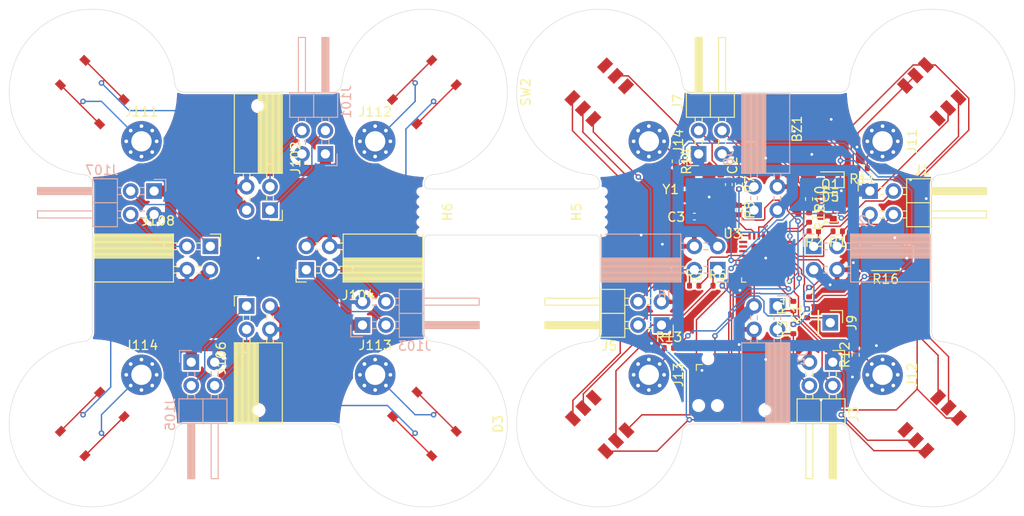
<source format=kicad_pcb>
(kicad_pcb (version 20171130) (host pcbnew "(5.1.8)-1")
  (title_block (title Node))
  (layers (0 F.Cu signal) (31 B.Cu signal) (34 B.Paste user hide) (35 F.Paste user hide) (36 B.SilkS user hide) (37 F.SilkS user hide) (38 B.Mask user hide) (39 F.Mask user hide) (44 Edge.Cuts user))
  (net 0 "")
  (net 1 GND)
  (net 2 "Net-(D2-Pad1)")
  (net 3 "Net-(D4-Pad1)")
  (net 4 "Net-(R2-Pad2)")
  (net 5 "Net-(U3-Pad9)")
  (net 6 "Net-(U3-Pad10)")
  (net 7 "Net-(U3-Pad11)")
  (net 8 "Net-(U3-Pad19)")
  (net 9 "Net-(U3-Pad22)")
  (net 10 "Net-(D1-Pad1)")
  (net 11 "Net-(D1-Pad3)")
  (net 12 "Net-(D2-Pad3)")
  (net 13 "Net-(D3-Pad3)")
  (net 14 "Net-(D3-Pad1)")
  (net 15 "Net-(D4-Pad3)")
  (net 16 "Net-(J13-Pad1)")
  (net 17 "Net-(R3-Pad2)")
  (net 18 "Net-(R4-Pad2)")
  (net 19 "Net-(R5-Pad2)")
  (net 20 "Net-(R6-Pad2)")
  (net 21 "Net-(R7-Pad2)")
  (net 22 "Net-(R8-Pad2)")
  (net 23 "Net-(R10-Pad2)")
  (net 24 "Net-(R11-Pad2)")
  (net 25 "Net-(R12-Pad2)")
  (net 26 "Net-(R13-Pad2)")
  (net 27 "Net-(R14-Pad2)")
  (net 28 "Net-(U3-Pad20)")
  (net 29 "Net-(R1-Pad2)")
  (net 30 "Net-(C1-Pad1)")
  (net 31 "Net-(C2-Pad2)")
  (net 32 "Net-(C3-Pad1)")
  (net 33 +5VB)
  (net 34 GNDB)
  (net 35 "Net-(J12-Pad1)")
  (net 36 "Net-(J14-Pad1)")
  (net 37 "Net-(J101-Pad2)")
  (net 38 "Net-(J101-Pad4)")
  (net 39 "Net-(J103-Pad4)")
  (net 40 "Net-(J103-Pad2)")
  (net 41 "Net-(J105-Pad2)")
  (net 42 "Net-(J105-Pad4)")
  (net 43 "Net-(J107-Pad4)")
  (net 44 "Net-(J107-Pad2)")
  (net 45 "Net-(J111-Pad1)")
  (net 46 "Net-(J112-Pad1)")
  (net 47 "Net-(J113-Pad1)")
  (net 48 "Net-(J114-Pad1)")
  (net 49 "Net-(BZ1-Pad2)")
  (net 50 "Net-(J11-Pad1)")
  (net 51 "Net-(BZ1-Pad1)")
  (net 52 +5V)
  (net 53 "/Lower Board/~RST")
  (net 54 "/Lower Board/XTAL1")
  (net 55 "/Lower Board/XTAL2")
  (net 56 "/Lower Board/DIN")
  (net 57 "/Lower Board/TX1_TXO")
  (net 58 "/Lower Board/RX1_RXI")
  (net 59 "/Lower Board/RX2")
  (net 60 "/Lower Board/TX2")
  (net 61 "/Lower Board/TX3")
  (net 62 "/Lower Board/RX3")
  (net 63 "/Lower Board/TX4")
  (net 64 "/Lower Board/RX4")
  (net 65 "/Lower Board/MOSI")
  (net 66 "/Lower Board/MISO")
  (net 67 "/Lower Board/SCK")
  (net 68 "/Lower Board/BUZZER")
  (net 69 "Net-(Q1-Pad1)")
  (module node:bottom-leaf (layer F.Cu) (at 194 123 180)
    (fp_text reference D2 (at 0 -11) (layer F.SilkS))
    (fp_text value WS2813)
    (pad 4 smd rect (at -2.949138 0.636396 225) (size 1.5 1) (layers F.Cu F.Paste F.Mask) (net 11 "Net-(D1-Pad3)"))
    (pad 5 smd rect (at -1.817767 1.767767 225) (size 1.5 1) (layers F.Cu F.Paste F.Mask) (net 34 GNDB))
    (pad 6 smd rect (at -0.686396 2.899138 225) (size 1.5 1) (layers F.Cu F.Paste F.Mask) (net 56 "/Lower Board/DIN"))
    (pad 3 smd rect (at 0.586396 -2.899138 225) (size 1.5 1) (layers F.Cu F.Paste F.Mask) (net 12 "Net-(D2-Pad3)"))
    (pad 2 smd rect (at 1.717767 -1.767767 225) (size 1.5 1) (layers F.Cu F.Paste F.Mask) (net 33 +5VB))
    (pad 1 smd rect (at 2.849138 -0.636396 225) (size 1.5 1) (layers F.Cu F.Paste F.Mask) (net 2 "Net-(D2-Pad1)"))
  )
  (module node:MLT-5020 (layer F.Cu) (at 176 91 270)
    (fp_text reference BZ1 (at 0 -3.4 90) (layer F.SilkS))
    (fp_text value Buzzer)
    (pad 2 smd rect (at 2.5 1.7) (size 1 2) (layers F.Cu F.Paste F.Mask) (net 49 "Net-(BZ1-Pad2)"))
    (pad 1 smd rect (at -2.5 1.7) (size 1 2) (layers F.Cu F.Paste F.Mask) (net 51 "Net-(BZ1-Pad1)"))
    (pad 3 smd rect (at -2.5 -1.7) (size 1 2) (layers F.Cu F.Paste F.Mask))
  )
  (module Connector_PinSocket_2.54mm:PinSocket_2x02_P2.54mm_Horizontal (layer B.Cu) (at 181.2 103.73 180)
    (fp_text reference J2 (at -5.65 2.77) (layer B.SilkS) (effects (justify mirror)))
    (fp_text value FEMALE)
    (pad 4 thru_hole oval (at -2.54 -2.54 180) (size 1.7 1.7) (drill 1) (layers *.Cu *.Mask) (net 34 GNDB))
    (pad 3 thru_hole oval (at 0 -2.54 180) (size 1.7 1.7) (drill 1) (layers *.Cu *.Mask) (net 33 +5VB))
    (pad 2 thru_hole oval (at -2.54 0 180) (size 1.7 1.7) (drill 1) (layers *.Cu *.Mask) (net 58 "/Lower Board/RX1_RXI"))
    (pad 1 thru_hole rect (at 0 0 180) (size 1.7 1.7) (drill 1) (layers *.Cu *.Mask) (net 57 "/Lower Board/TX1_TXO"))
  )
  (module node:top-leaf (layer F.Cu) (at 139 87 270)
    (fp_text reference SW2 (at 0 -11 90) (layer F.SilkS))
    (fp_text value ACTION)
    (pad 2 smd rect (at 3.447146 0.795495 45) (size 1 0.75) (layers F.Cu F.Paste F.Mask) (net 1 GND))
    (pad 1 smd rect (at 0.795495 3.447146 45) (size 1 0.75) (layers F.Cu F.Paste F.Mask) (net 46 "Net-(J112-Pad1)"))
    (pad 2 smd rect (at -0.795495 -3.447146 45) (size 1 0.75) (layers F.Cu F.Paste F.Mask) (net 1 GND))
    (pad 1 smd rect (at -3.447146 -0.795495 45) (size 1 0.75) (layers F.Cu F.Paste F.Mask) (net 46 "Net-(J112-Pad1)"))
  )
  (module node:top-leaf (layer F.Cu) (at 103 87)
    (fp_text reference SW1 hide)
    (fp_text value ACTION)
    (pad 2 smd rect (at 3.447146 0.795495 135) (size 1 0.75) (layers F.Cu F.Paste F.Mask) (net 1 GND))
    (pad 1 smd rect (at 0.795495 3.447146 135) (size 1 0.75) (layers F.Cu F.Paste F.Mask) (net 45 "Net-(J111-Pad1)"))
    (pad 2 smd rect (at -0.795495 -3.447146 135) (size 1 0.75) (layers F.Cu F.Paste F.Mask) (net 1 GND))
    (pad 1 smd rect (at -3.447146 -0.795495 135) (size 1 0.75) (layers F.Cu F.Paste F.Mask) (net 45 "Net-(J111-Pad1)"))
  )
  (module MountingHole:MountingHole_2.2mm_M2_Pad_Via (layer F.Cu) (at 108.334 92.334)
    (fp_text reference J111 (at 0 -3.2) (layer F.SilkS))
    (fp_text value STANDOFF)
    (pad 1 thru_hole circle (at 1.166726 -1.166726) (size 0.7 0.7) (drill 0.4) (layers *.Cu *.Mask) (net 45 "Net-(J111-Pad1)"))
    (pad 1 thru_hole circle (at 0 -1.65) (size 0.7 0.7) (drill 0.4) (layers *.Cu *.Mask) (net 45 "Net-(J111-Pad1)"))
    (pad 1 thru_hole circle (at -1.166726 -1.166726) (size 0.7 0.7) (drill 0.4) (layers *.Cu *.Mask) (net 45 "Net-(J111-Pad1)"))
    (pad 1 thru_hole circle (at -1.65 0) (size 0.7 0.7) (drill 0.4) (layers *.Cu *.Mask) (net 45 "Net-(J111-Pad1)"))
    (pad 1 thru_hole circle (at -1.166726 1.166726) (size 0.7 0.7) (drill 0.4) (layers *.Cu *.Mask) (net 45 "Net-(J111-Pad1)"))
    (pad 1 thru_hole circle (at 0 1.65) (size 0.7 0.7) (drill 0.4) (layers *.Cu *.Mask) (net 45 "Net-(J111-Pad1)"))
    (pad 1 thru_hole circle (at 1.166726 1.166726) (size 0.7 0.7) (drill 0.4) (layers *.Cu *.Mask) (net 45 "Net-(J111-Pad1)"))
    (pad 1 thru_hole circle (at 1.65 0) (size 0.7 0.7) (drill 0.4) (layers *.Cu *.Mask) (net 45 "Net-(J111-Pad1)"))
    (pad 1 thru_hole circle (at 0 0) (size 4.4 4.4) (drill 2.2) (layers *.Cu *.Mask) (net 45 "Net-(J111-Pad1)"))
  )
  (module MountingHole:MountingHole_2.2mm_M2_Pad_Via (layer F.Cu) (at 133.666 117.666)
    (fp_text reference J113 (at 0 -3.2) (layer F.SilkS))
    (fp_text value STANDOFF)
    (pad 1 thru_hole circle (at 1.166726 -1.166726) (size 0.7 0.7) (drill 0.4) (layers *.Cu *.Mask) (net 47 "Net-(J113-Pad1)"))
    (pad 1 thru_hole circle (at 0 -1.65) (size 0.7 0.7) (drill 0.4) (layers *.Cu *.Mask) (net 47 "Net-(J113-Pad1)"))
    (pad 1 thru_hole circle (at -1.166726 -1.166726) (size 0.7 0.7) (drill 0.4) (layers *.Cu *.Mask) (net 47 "Net-(J113-Pad1)"))
    (pad 1 thru_hole circle (at -1.65 0) (size 0.7 0.7) (drill 0.4) (layers *.Cu *.Mask) (net 47 "Net-(J113-Pad1)"))
    (pad 1 thru_hole circle (at -1.166726 1.166726) (size 0.7 0.7) (drill 0.4) (layers *.Cu *.Mask) (net 47 "Net-(J113-Pad1)"))
    (pad 1 thru_hole circle (at 0 1.65) (size 0.7 0.7) (drill 0.4) (layers *.Cu *.Mask) (net 47 "Net-(J113-Pad1)"))
    (pad 1 thru_hole circle (at 1.166726 1.166726) (size 0.7 0.7) (drill 0.4) (layers *.Cu *.Mask) (net 47 "Net-(J113-Pad1)"))
    (pad 1 thru_hole circle (at 1.65 0) (size 0.7 0.7) (drill 0.4) (layers *.Cu *.Mask) (net 47 "Net-(J113-Pad1)"))
    (pad 1 thru_hole circle (at 0 0) (size 4.4 4.4) (drill 2.2) (layers *.Cu *.Mask) (net 47 "Net-(J113-Pad1)"))
  )
  (module MountingHole:MountingHole_2.2mm_M2_Pad_Via (layer F.Cu) (at 108.334 117.666)
    (fp_text reference J114 (at 0 -3.2) (layer F.SilkS))
    (fp_text value STANDOFF)
    (pad 1 thru_hole circle (at 1.166726 -1.166726) (size 0.7 0.7) (drill 0.4) (layers *.Cu *.Mask) (net 48 "Net-(J114-Pad1)"))
    (pad 1 thru_hole circle (at 0 -1.65) (size 0.7 0.7) (drill 0.4) (layers *.Cu *.Mask) (net 48 "Net-(J114-Pad1)"))
    (pad 1 thru_hole circle (at -1.166726 -1.166726) (size 0.7 0.7) (drill 0.4) (layers *.Cu *.Mask) (net 48 "Net-(J114-Pad1)"))
    (pad 1 thru_hole circle (at -1.65 0) (size 0.7 0.7) (drill 0.4) (layers *.Cu *.Mask) (net 48 "Net-(J114-Pad1)"))
    (pad 1 thru_hole circle (at -1.166726 1.166726) (size 0.7 0.7) (drill 0.4) (layers *.Cu *.Mask) (net 48 "Net-(J114-Pad1)"))
    (pad 1 thru_hole circle (at 0 1.65) (size 0.7 0.7) (drill 0.4) (layers *.Cu *.Mask) (net 48 "Net-(J114-Pad1)"))
    (pad 1 thru_hole circle (at 1.166726 1.166726) (size 0.7 0.7) (drill 0.4) (layers *.Cu *.Mask) (net 48 "Net-(J114-Pad1)"))
    (pad 1 thru_hole circle (at 1.65 0) (size 0.7 0.7) (drill 0.4) (layers *.Cu *.Mask) (net 48 "Net-(J114-Pad1)"))
    (pad 1 thru_hole circle (at 0 0) (size 4.4 4.4) (drill 2.2) (layers *.Cu *.Mask) (net 48 "Net-(J114-Pad1)"))
  )
  (module Package_DFN_QFN:QFN-32-1EP_5x5mm_P0.5mm_EP3.1x3.1mm (layer F.Cu) (at 176 105 270)
    (fp_text reference U3 (at -2.650126 3.600001 180) (layer F.SilkS))
    (fp_text value ATmega328P-MU)
    (pad 33 smd rect (at 0 0 270) (size 3.1 3.1) (layers F.Cu F.Mask) (net 34 GNDB))
    (pad 32 smd roundrect (at -1.75 -2.4375 270) (size 0.25 0.875) (layers F.Cu F.Paste F.Mask) (net 17 "Net-(R3-Pad2)"))
    (pad 31 smd roundrect (at -1.25 -2.4375 270) (size 0.25 0.875) (layers F.Cu F.Paste F.Mask) (net 4 "Net-(R2-Pad2)"))
    (pad 30 smd roundrect (at -0.75 -2.4375 270) (size 0.25 0.875) (layers F.Cu F.Paste F.Mask) (net 29 "Net-(R1-Pad2)"))
    (pad 29 smd roundrect (at -0.25 -2.4375 270) (size 0.25 0.875) (layers F.Cu F.Paste F.Mask) (net 53 "/Lower Board/~RST"))
    (pad 28 smd roundrect (at 0.25 -2.4375 270) (size 0.25 0.875) (layers F.Cu F.Paste F.Mask) (net 27 "Net-(R14-Pad2)"))
    (pad 27 smd roundrect (at 0.75 -2.4375 270) (size 0.25 0.875) (layers F.Cu F.Paste F.Mask) (net 26 "Net-(R13-Pad2)"))
    (pad 26 smd roundrect (at 1.25 -2.4375 270) (size 0.25 0.875) (layers F.Cu F.Paste F.Mask) (net 25 "Net-(R12-Pad2)"))
    (pad 25 smd roundrect (at 1.75 -2.4375 270) (size 0.25 0.875) (layers F.Cu F.Paste F.Mask) (net 22 "Net-(R8-Pad2)"))
    (pad 24 smd roundrect (at 2.4375 -1.75 270) (size 0.875 0.25) (layers F.Cu F.Paste F.Mask) (net 20 "Net-(R6-Pad2)"))
    (pad 23 smd roundrect (at 2.4375 -1.25 270) (size 0.875 0.25) (layers F.Cu F.Paste F.Mask) (net 18 "Net-(R4-Pad2)"))
    (pad 22 smd roundrect (at 2.4375 -0.75 270) (size 0.875 0.25) (layers F.Cu F.Paste F.Mask) (net 9 "Net-(U3-Pad22)"))
    (pad 21 smd roundrect (at 2.4375 -0.25 270) (size 0.875 0.25) (layers F.Cu F.Paste F.Mask) (net 34 GNDB))
    (pad 20 smd roundrect (at 2.4375 0.25 270) (size 0.875 0.25) (layers F.Cu F.Paste F.Mask) (net 28 "Net-(U3-Pad20)"))
    (pad 19 smd roundrect (at 2.4375 0.75 270) (size 0.875 0.25) (layers F.Cu F.Paste F.Mask) (net 8 "Net-(U3-Pad19)"))
    (pad 18 smd roundrect (at 2.4375 1.25 270) (size 0.875 0.25) (layers F.Cu F.Paste F.Mask) (net 33 +5VB))
    (pad 17 smd roundrect (at 2.4375 1.75 270) (size 0.875 0.25) (layers F.Cu F.Paste F.Mask) (net 67 "/Lower Board/SCK"))
    (pad 16 smd roundrect (at 1.75 2.4375 270) (size 0.25 0.875) (layers F.Cu F.Paste F.Mask) (net 66 "/Lower Board/MISO"))
    (pad 15 smd roundrect (at 1.25 2.4375 270) (size 0.25 0.875) (layers F.Cu F.Paste F.Mask) (net 65 "/Lower Board/MOSI"))
    (pad 14 smd roundrect (at 0.75 2.4375 270) (size 0.25 0.875) (layers F.Cu F.Paste F.Mask) (net 24 "Net-(R11-Pad2)"))
    (pad 13 smd roundrect (at 0.25 2.4375 270) (size 0.25 0.875) (layers F.Cu F.Paste F.Mask) (net 21 "Net-(R7-Pad2)"))
    (pad 12 smd roundrect (at -0.25 2.4375 270) (size 0.25 0.875) (layers F.Cu F.Paste F.Mask) (net 19 "Net-(R5-Pad2)"))
    (pad 11 smd roundrect (at -0.75 2.4375 270) (size 0.25 0.875) (layers F.Cu F.Paste F.Mask) (net 7 "Net-(U3-Pad11)"))
    (pad 10 smd roundrect (at -1.25 2.4375 270) (size 0.25 0.875) (layers F.Cu F.Paste F.Mask) (net 6 "Net-(U3-Pad10)"))
    (pad 9 smd roundrect (at -1.75 2.4375 270) (size 0.25 0.875) (layers F.Cu F.Paste F.Mask) (net 5 "Net-(U3-Pad9)"))
    (pad 8 smd roundrect (at -2.4375 1.75 270) (size 0.875 0.25) (layers F.Cu F.Paste F.Mask) (net 55 "/Lower Board/XTAL2"))
    (pad 7 smd roundrect (at -2.4375 1.25 270) (size 0.875 0.25) (layers F.Cu F.Paste F.Mask) (net 54 "/Lower Board/XTAL1"))
    (pad 6 smd roundrect (at -2.4375 0.75 270) (size 0.875 0.25) (layers F.Cu F.Paste F.Mask) (net 33 +5VB))
    (pad 5 smd roundrect (at -2.4375 0.25 270) (size 0.875 0.25) (layers F.Cu F.Paste F.Mask) (net 34 GNDB))
    (pad 4 smd roundrect (at -2.4375 -0.25 270) (size 0.875 0.25) (layers F.Cu F.Paste F.Mask) (net 33 +5VB))
    (pad 3 smd roundrect (at -2.4375 -0.75 270) (size 0.875 0.25) (layers F.Cu F.Paste F.Mask) (net 34 GNDB))
    (pad 2 smd roundrect (at -2.4375 -1.25 270) (size 0.875 0.25) (layers F.Cu F.Paste F.Mask) (net 23 "Net-(R10-Pad2)"))
    (pad 1 smd roundrect (at -2.4375 -1.75 270) (size 0.875 0.25) (layers F.Cu F.Paste F.Mask) (net 68 "/Lower Board/BUZZER"))
  )
  (module Connector:Tag-Connect_TC2030-IDC-NL_2x03_P1.27mm_Vertical (layer F.Cu) (at 169.75 118.46 270)
    (fp_text reference J10 hide)
    (fp_text value TC2030_NL)
    (pad 6 connect circle (at 1.27 -0.635 270) (size 0.7874 0.7874) (layers F.Cu F.Mask) (net 33 +5VB))
    (pad 5 connect circle (at 1.27 0.635 270) (size 0.7874 0.7874) (layers F.Cu F.Mask) (net 65 "/Lower Board/MOSI"))
    (pad 4 connect circle (at 0 -0.635 270) (size 0.7874 0.7874) (layers F.Cu F.Mask) (net 66 "/Lower Board/MISO"))
    (pad 3 connect circle (at 0 0.635 270) (size 0.7874 0.7874) (layers F.Cu F.Mask) (net 67 "/Lower Board/SCK"))
    (pad 2 connect circle (at -1.27 -0.635 270) (size 0.7874 0.7874) (layers F.Cu F.Mask) (net 53 "/Lower Board/~RST"))
    (pad 1 connect circle (at -1.27 0.635 270) (size 0.7874 0.7874) (layers F.Cu F.Mask) (net 34 GNDB))
    (pad "" np_thru_hole circle (at -2.54 0 270) (size 0.9906 0.9906) (drill 0.9906) (layers *.Cu *.Mask))
    (pad "" np_thru_hole circle (at 2.54 1.016 270) (size 0.9906 0.9906) (drill 0.9906) (layers *.Cu *.Mask))
    (pad "" np_thru_hole circle (at 2.54 -1.016 270) (size 0.9906 0.9906) (drill 0.9906) (layers *.Cu *.Mask))
  )
  (module Resistor_SMD:R_0402_1005Metric (layer F.Cu) (at 180.7 108.7 90)
    (fp_text reference R9 hide)
    (fp_text value 10K)
    (pad 2 smd roundrect (at 0.51 0 90) (size 0.54 0.64) (layers F.Cu F.Paste F.Mask) (net 53 "/Lower Board/~RST"))
    (pad 1 smd roundrect (at -0.51 0 90) (size 0.54 0.64) (layers F.Cu F.Paste F.Mask) (net 33 +5VB))
  )
  (module Connector_PinHeader_2.54mm:PinHeader_2x02_P2.54mm_Horizontal (layer F.Cu) (at 187.296 97.73)
    (fp_text reference J1 (at 5.655 -2.27) (layer F.SilkS))
    (fp_text value MALE)
    (pad 4 thru_hole oval (at 2.54 2.54) (size 1.7 1.7) (drill 1) (layers *.Cu *.Mask) (net 58 "/Lower Board/RX1_RXI"))
    (pad 3 thru_hole oval (at 0 2.54) (size 1.7 1.7) (drill 1) (layers *.Cu *.Mask) (net 34 GNDB))
    (pad 2 thru_hole oval (at 2.54 0) (size 1.7 1.7) (drill 1) (layers *.Cu *.Mask) (net 57 "/Lower Board/TX1_TXO"))
    (pad 1 thru_hole rect (at 0 0) (size 1.7 1.7) (drill 1) (layers *.Cu *.Mask) (net 33 +5VB))
  )
  (module Connector_PinHeader_2.54mm:PinHeader_2x02_P2.54mm_Horizontal (layer F.Cu) (at 183.27 116.296 270)
    (fp_text reference J3 (at 5.655 -2.27 90) (layer F.SilkS))
    (fp_text value MALE)
    (pad 4 thru_hole oval (at 2.54 2.54 270) (size 1.7 1.7) (drill 1) (layers *.Cu *.Mask) (net 59 "/Lower Board/RX2"))
    (pad 3 thru_hole oval (at 0 2.54 270) (size 1.7 1.7) (drill 1) (layers *.Cu *.Mask) (net 34 GNDB))
    (pad 2 thru_hole oval (at 2.54 0 270) (size 1.7 1.7) (drill 1) (layers *.Cu *.Mask) (net 60 "/Lower Board/TX2"))
    (pad 1 thru_hole rect (at 0 0 270) (size 1.7 1.7) (drill 1) (layers *.Cu *.Mask) (net 33 +5VB))
  )
  (module Connector_PinSocket_2.54mm:PinSocket_2x02_P2.54mm_Horizontal (layer B.Cu) (at 177.27 110.2 90)
    (fp_text reference J4 (at -5.65 2.77 90) (layer B.SilkS) (effects (justify mirror)))
    (fp_text value FEMALE)
    (pad 4 thru_hole oval (at -2.54 -2.54 90) (size 1.7 1.7) (drill 1) (layers *.Cu *.Mask) (net 34 GNDB))
    (pad 3 thru_hole oval (at 0 -2.54 90) (size 1.7 1.7) (drill 1) (layers *.Cu *.Mask) (net 33 +5VB))
    (pad 2 thru_hole oval (at -2.54 0 90) (size 1.7 1.7) (drill 1) (layers *.Cu *.Mask) (net 59 "/Lower Board/RX2"))
    (pad 1 thru_hole rect (at 0 0 90) (size 1.7 1.7) (drill 1) (layers *.Cu *.Mask) (net 60 "/Lower Board/TX2"))
  )
  (module Connector_PinHeader_2.54mm:PinHeader_2x02_P2.54mm_Horizontal (layer F.Cu) (at 164.704 112.27 180)
    (fp_text reference J5 (at 5.655 -2.27) (layer F.SilkS))
    (fp_text value MALE)
    (pad 4 thru_hole oval (at 2.54 2.54 180) (size 1.7 1.7) (drill 1) (layers *.Cu *.Mask) (net 62 "/Lower Board/RX3"))
    (pad 3 thru_hole oval (at 0 2.54 180) (size 1.7 1.7) (drill 1) (layers *.Cu *.Mask) (net 34 GNDB))
    (pad 2 thru_hole oval (at 2.54 0 180) (size 1.7 1.7) (drill 1) (layers *.Cu *.Mask) (net 61 "/Lower Board/TX3"))
    (pad 1 thru_hole rect (at 0 0 180) (size 1.7 1.7) (drill 1) (layers *.Cu *.Mask) (net 33 +5VB))
  )
  (module Connector_PinSocket_2.54mm:PinSocket_2x02_P2.54mm_Horizontal (layer B.Cu) (at 170.8 106.27)
    (fp_text reference J6 (at -5.65 2.77) (layer B.SilkS) (effects (justify mirror)))
    (fp_text value FEMALE)
    (pad 4 thru_hole oval (at -2.54 -2.54) (size 1.7 1.7) (drill 1) (layers *.Cu *.Mask) (net 34 GNDB))
    (pad 3 thru_hole oval (at 0 -2.54) (size 1.7 1.7) (drill 1) (layers *.Cu *.Mask) (net 33 +5VB))
    (pad 2 thru_hole oval (at -2.54 0) (size 1.7 1.7) (drill 1) (layers *.Cu *.Mask) (net 62 "/Lower Board/RX3"))
    (pad 1 thru_hole rect (at 0 0) (size 1.7 1.7) (drill 1) (layers *.Cu *.Mask) (net 61 "/Lower Board/TX3"))
  )
  (module Connector_PinHeader_2.54mm:PinHeader_2x02_P2.54mm_Horizontal (layer F.Cu) (at 168.73 93.704 90)
    (fp_text reference J7 (at 5.655 -2.27 90) (layer F.SilkS))
    (fp_text value MALE)
    (pad 4 thru_hole oval (at 2.54 2.54 90) (size 1.7 1.7) (drill 1) (layers *.Cu *.Mask) (net 64 "/Lower Board/RX4"))
    (pad 3 thru_hole oval (at 0 2.54 90) (size 1.7 1.7) (drill 1) (layers *.Cu *.Mask) (net 34 GNDB))
    (pad 2 thru_hole oval (at 2.54 0 90) (size 1.7 1.7) (drill 1) (layers *.Cu *.Mask) (net 63 "/Lower Board/TX4"))
    (pad 1 thru_hole rect (at 0 0 90) (size 1.7 1.7) (drill 1) (layers *.Cu *.Mask) (net 33 +5VB))
  )
  (module Connector_PinSocket_2.54mm:PinSocket_2x02_P2.54mm_Horizontal (layer B.Cu) (at 174.73 99.8 270)
    (fp_text reference J8 (at -5.65 2.77 90) (layer B.SilkS) (effects (justify mirror)))
    (fp_text value FEMALE)
    (pad 4 thru_hole oval (at -2.54 -2.54 270) (size 1.7 1.7) (drill 1) (layers *.Cu *.Mask) (net 34 GNDB))
    (pad 3 thru_hole oval (at 0 -2.54 270) (size 1.7 1.7) (drill 1) (layers *.Cu *.Mask) (net 33 +5VB))
    (pad 2 thru_hole oval (at -2.54 0 270) (size 1.7 1.7) (drill 1) (layers *.Cu *.Mask) (net 64 "/Lower Board/RX4"))
    (pad 1 thru_hole rect (at 0 0 270) (size 1.7 1.7) (drill 1) (layers *.Cu *.Mask) (net 63 "/Lower Board/TX4"))
  )
  (module Connector_PinHeader_2.54mm:PinHeader_2x02_P2.54mm_Horizontal (layer B.Cu) (at 128.27 93.704 90)
    (fp_text reference J101 (at 5.655 2.27 270) (layer B.SilkS) (effects (justify mirror)))
    (fp_text value MALE)
    (pad 4 thru_hole oval (at 2.54 -2.54 90) (size 1.7 1.7) (drill 1) (layers *.Cu *.Mask) (net 38 "Net-(J101-Pad4)"))
    (pad 3 thru_hole oval (at 0 -2.54 90) (size 1.7 1.7) (drill 1) (layers *.Cu *.Mask) (net 1 GND))
    (pad 2 thru_hole oval (at 2.54 0 90) (size 1.7 1.7) (drill 1) (layers *.Cu *.Mask) (net 37 "Net-(J101-Pad2)"))
    (pad 1 thru_hole rect (at 0 0 90) (size 1.7 1.7) (drill 1) (layers *.Cu *.Mask) (net 52 +5V))
  )
  (module Connector_PinSocket_2.54mm:PinSocket_2x02_P2.54mm_Horizontal (layer F.Cu) (at 122.27 99.8 270)
    (fp_text reference J102 (at -5.65 -2.77 90) (layer F.SilkS))
    (fp_text value FEMALE)
    (pad 4 thru_hole oval (at -2.54 2.54 270) (size 1.7 1.7) (drill 1) (layers *.Cu *.Mask) (net 1 GND))
    (pad 3 thru_hole oval (at 0 2.54 270) (size 1.7 1.7) (drill 1) (layers *.Cu *.Mask) (net 52 +5V))
    (pad 2 thru_hole oval (at -2.54 0 270) (size 1.7 1.7) (drill 1) (layers *.Cu *.Mask) (net 38 "Net-(J101-Pad4)"))
    (pad 1 thru_hole rect (at 0 0 270) (size 1.7 1.7) (drill 1) (layers *.Cu *.Mask) (net 37 "Net-(J101-Pad2)"))
  )
  (module Connector_PinHeader_2.54mm:PinHeader_2x02_P2.54mm_Horizontal (layer B.Cu) (at 132.296 112.27)
    (fp_text reference J103 (at 5.655 2.27) (layer B.SilkS) (effects (justify mirror)))
    (fp_text value MALE)
    (pad 4 thru_hole oval (at 2.54 -2.54) (size 1.7 1.7) (drill 1) (layers *.Cu *.Mask) (net 39 "Net-(J103-Pad4)"))
    (pad 3 thru_hole oval (at 0 -2.54) (size 1.7 1.7) (drill 1) (layers *.Cu *.Mask) (net 1 GND))
    (pad 2 thru_hole oval (at 2.54 0) (size 1.7 1.7) (drill 1) (layers *.Cu *.Mask) (net 40 "Net-(J103-Pad2)"))
    (pad 1 thru_hole rect (at 0 0) (size 1.7 1.7) (drill 1) (layers *.Cu *.Mask) (net 52 +5V))
  )
  (module Connector_PinSocket_2.54mm:PinSocket_2x02_P2.54mm_Horizontal (layer F.Cu) (at 126.2 106.27 180)
    (fp_text reference J104 (at -5.65 -2.77) (layer F.SilkS))
    (fp_text value FEMALE)
    (pad 4 thru_hole oval (at -2.54 2.54 180) (size 1.7 1.7) (drill 1) (layers *.Cu *.Mask) (net 1 GND))
    (pad 3 thru_hole oval (at 0 2.54 180) (size 1.7 1.7) (drill 1) (layers *.Cu *.Mask) (net 52 +5V))
    (pad 2 thru_hole oval (at -2.54 0 180) (size 1.7 1.7) (drill 1) (layers *.Cu *.Mask) (net 39 "Net-(J103-Pad4)"))
    (pad 1 thru_hole rect (at 0 0 180) (size 1.7 1.7) (drill 1) (layers *.Cu *.Mask) (net 40 "Net-(J103-Pad2)"))
  )
  (module Connector_PinHeader_2.54mm:PinHeader_2x02_P2.54mm_Horizontal (layer B.Cu) (at 113.73 116.296 270)
    (fp_text reference J105 (at 5.655 2.27 90) (layer B.SilkS) (effects (justify mirror)))
    (fp_text value MALE)
    (pad 4 thru_hole oval (at 2.54 -2.54 270) (size 1.7 1.7) (drill 1) (layers *.Cu *.Mask) (net 42 "Net-(J105-Pad4)"))
    (pad 3 thru_hole oval (at 0 -2.54 270) (size 1.7 1.7) (drill 1) (layers *.Cu *.Mask) (net 1 GND))
    (pad 2 thru_hole oval (at 2.54 0 270) (size 1.7 1.7) (drill 1) (layers *.Cu *.Mask) (net 41 "Net-(J105-Pad2)"))
    (pad 1 thru_hole rect (at 0 0 270) (size 1.7 1.7) (drill 1) (layers *.Cu *.Mask) (net 52 +5V))
  )
  (module Connector_PinSocket_2.54mm:PinSocket_2x02_P2.54mm_Horizontal (layer F.Cu) (at 119.73 110.2 90)
    (fp_text reference J106 (at -5.65 -2.77 90) (layer F.SilkS))
    (fp_text value FEMALE)
    (pad 4 thru_hole oval (at -2.54 2.54 90) (size 1.7 1.7) (drill 1) (layers *.Cu *.Mask) (net 1 GND))
    (pad 3 thru_hole oval (at 0 2.54 90) (size 1.7 1.7) (drill 1) (layers *.Cu *.Mask) (net 52 +5V))
    (pad 2 thru_hole oval (at -2.54 0 90) (size 1.7 1.7) (drill 1) (layers *.Cu *.Mask) (net 42 "Net-(J105-Pad4)"))
    (pad 1 thru_hole rect (at 0 0 90) (size 1.7 1.7) (drill 1) (layers *.Cu *.Mask) (net 41 "Net-(J105-Pad2)"))
  )
  (module Connector_PinHeader_2.54mm:PinHeader_2x02_P2.54mm_Horizontal (layer B.Cu) (at 109.704 97.73 180)
    (fp_text reference J107 (at 5.655 2.27) (layer B.SilkS) (effects (justify mirror)))
    (fp_text value MALE)
    (pad 4 thru_hole oval (at 2.54 -2.54 180) (size 1.7 1.7) (drill 1) (layers *.Cu *.Mask) (net 43 "Net-(J107-Pad4)"))
    (pad 3 thru_hole oval (at 0 -2.54 180) (size 1.7 1.7) (drill 1) (layers *.Cu *.Mask) (net 1 GND))
    (pad 2 thru_hole oval (at 2.54 0 180) (size 1.7 1.7) (drill 1) (layers *.Cu *.Mask) (net 44 "Net-(J107-Pad2)"))
    (pad 1 thru_hole rect (at 0 0 180) (size 1.7 1.7) (drill 1) (layers *.Cu *.Mask) (net 52 +5V))
  )
  (module Connector_PinSocket_2.54mm:PinSocket_2x02_P2.54mm_Horizontal (layer F.Cu) (at 115.8 103.73)
    (fp_text reference J108 (at -5.65 -2.77) (layer F.SilkS))
    (fp_text value FEMALE)
    (pad 4 thru_hole oval (at -2.54 2.54) (size 1.7 1.7) (drill 1) (layers *.Cu *.Mask) (net 1 GND))
    (pad 3 thru_hole oval (at 0 2.54) (size 1.7 1.7) (drill 1) (layers *.Cu *.Mask) (net 52 +5V))
    (pad 2 thru_hole oval (at -2.54 0) (size 1.7 1.7) (drill 1) (layers *.Cu *.Mask) (net 43 "Net-(J107-Pad4)"))
    (pad 1 thru_hole rect (at 0 0) (size 1.7 1.7) (drill 1) (layers *.Cu *.Mask) (net 44 "Net-(J107-Pad2)"))
  )
  (module Resistor_SMD:R_0402_1005Metric (layer F.Cu) (at 168.25 108)
    (fp_text reference R5 (at 0 -1.17) (layer F.SilkS))
    (fp_text value 470)
    (pad 2 smd roundrect (at 0.51 0) (size 0.54 0.64) (layers F.Cu F.Paste F.Mask) (net 19 "Net-(R5-Pad2)"))
    (pad 1 smd roundrect (at -0.51 0) (size 0.54 0.64) (layers F.Cu F.Paste F.Mask) (net 62 "/Lower Board/RX3"))
  )
  (module Resistor_SMD:R_0402_1005Metric (layer F.Cu) (at 173.1 97.01 270)
    (fp_text reference R7 (at 0 -1.17 90) (layer F.SilkS))
    (fp_text value 470)
    (pad 2 smd roundrect (at 0.51 0 270) (size 0.54 0.64) (layers F.Cu F.Paste F.Mask) (net 21 "Net-(R7-Pad2)"))
    (pad 1 smd roundrect (at -0.51 0 270) (size 0.54 0.64) (layers F.Cu F.Paste F.Mask) (net 64 "/Lower Board/RX4"))
  )
  (module Resistor_SMD:R_0402_1005Metric (layer F.Cu) (at 186.5 95.25 180)
    (fp_text reference R11 (at 0 -1.17) (layer F.SilkS))
    (fp_text value 470)
    (pad 2 smd roundrect (at 0.51 0 180) (size 0.54 0.64) (layers F.Cu F.Paste F.Mask) (net 24 "Net-(R11-Pad2)"))
    (pad 1 smd roundrect (at -0.51 0 180) (size 0.54 0.64) (layers F.Cu F.Paste F.Mask) (net 50 "Net-(J11-Pad1)"))
  )
  (module Resistor_SMD:R_0402_1005Metric (layer F.Cu) (at 179 110.21 90)
    (fp_text reference R4 (at 0 -1.17 90) (layer F.SilkS))
    (fp_text value 470)
    (pad 2 smd roundrect (at 0.51 0 90) (size 0.54 0.64) (layers F.Cu F.Paste F.Mask) (net 18 "Net-(R4-Pad2)"))
    (pad 1 smd roundrect (at -0.51 0 90) (size 0.54 0.64) (layers F.Cu F.Paste F.Mask) (net 60 "/Lower Board/TX2"))
  )
  (module Resistor_SMD:R_0402_1005Metric (layer F.Cu) (at 170.8 108)
    (fp_text reference R6 (at 0 -1.17) (layer F.SilkS))
    (fp_text value 470)
    (pad 2 smd roundrect (at 0.51 0) (size 0.54 0.64) (layers F.Cu F.Paste F.Mask) (net 20 "Net-(R6-Pad2)"))
    (pad 1 smd roundrect (at -0.51 0) (size 0.54 0.64) (layers F.Cu F.Paste F.Mask) (net 61 "/Lower Board/TX3"))
  )
  (module Resistor_SMD:R_0402_1005Metric (layer F.Cu) (at 173.1 99.79 270)
    (fp_text reference R8 (at 0 -1.17 90) (layer F.SilkS))
    (fp_text value 470)
    (pad 2 smd roundrect (at 0.51 0 270) (size 0.54 0.64) (layers F.Cu F.Paste F.Mask) (net 22 "Net-(R8-Pad2)"))
    (pad 1 smd roundrect (at -0.51 0 270) (size 0.54 0.64) (layers F.Cu F.Paste F.Mask) (net 63 "/Lower Board/TX4"))
  )
  (module Resistor_SMD:R_0402_1005Metric (layer F.Cu) (at 183.81 102.1 180)
    (fp_text reference R1 (at 0 -1.17) (layer F.SilkS))
    (fp_text value 470)
    (pad 2 smd roundrect (at 0.51 0 180) (size 0.54 0.64) (layers F.Cu F.Paste F.Mask) (net 29 "Net-(R1-Pad2)"))
    (pad 1 smd roundrect (at -0.51 0 180) (size 0.54 0.64) (layers F.Cu F.Paste F.Mask) (net 58 "/Lower Board/RX1_RXI"))
  )
  (module Resistor_SMD:R_0402_1005Metric (layer F.Cu) (at 181.21 102.1 180)
    (fp_text reference R2 (at 0 -1.17) (layer F.SilkS))
    (fp_text value 470)
    (pad 2 smd roundrect (at 0.51 0 180) (size 0.54 0.64) (layers F.Cu F.Paste F.Mask) (net 4 "Net-(R2-Pad2)"))
    (pad 1 smd roundrect (at -0.51 0 180) (size 0.54 0.64) (layers F.Cu F.Paste F.Mask) (net 57 "/Lower Board/TX1_TXO"))
  )
  (module Resistor_SMD:R_0402_1005Metric (layer F.Cu) (at 179 112.7 90)
    (fp_text reference R3 (at 0 -1.17 90) (layer F.SilkS))
    (fp_text value 470)
    (pad 2 smd roundrect (at 0.51 0 90) (size 0.54 0.64) (layers F.Cu F.Paste F.Mask) (net 17 "Net-(R3-Pad2)"))
    (pad 1 smd roundrect (at -0.51 0 90) (size 0.54 0.64) (layers F.Cu F.Paste F.Mask) (net 59 "/Lower Board/RX2"))
  )
  (module Resistor_SMD:R_0402_1005Metric (layer F.Cu) (at 185.75 115.5 90)
    (fp_text reference R12 (at 0 -1.17 90) (layer F.SilkS))
    (fp_text value 470)
    (pad 2 smd roundrect (at 0.51 0 90) (size 0.54 0.64) (layers F.Cu F.Paste F.Mask) (net 25 "Net-(R12-Pad2)"))
    (pad 1 smd roundrect (at -0.51 0 90) (size 0.54 0.64) (layers F.Cu F.Paste F.Mask) (net 35 "Net-(J12-Pad1)"))
  )
  (module Resistor_SMD:R_0402_1005Metric (layer F.Cu) (at 165.51 114.75)
    (fp_text reference R13 (at 0 -1.17) (layer F.SilkS))
    (fp_text value 470)
    (pad 2 smd roundrect (at 0.51 0) (size 0.54 0.64) (layers F.Cu F.Paste F.Mask) (net 26 "Net-(R13-Pad2)"))
    (pad 1 smd roundrect (at -0.51 0) (size 0.54 0.64) (layers F.Cu F.Paste F.Mask) (net 16 "Net-(J13-Pad1)"))
  )
  (module Resistor_SMD:R_0402_1005Metric (layer F.Cu) (at 166.25 94.5 270)
    (fp_text reference R14 (at 0 -1.17 90) (layer F.SilkS))
    (fp_text value 470)
    (pad 2 smd roundrect (at 0.51 0 270) (size 0.54 0.64) (layers F.Cu F.Paste F.Mask) (net 27 "Net-(R14-Pad2)"))
    (pad 1 smd roundrect (at -0.51 0 270) (size 0.54 0.64) (layers F.Cu F.Paste F.Mask) (net 36 "Net-(J14-Pad1)"))
  )
  (module Resistor_SMD:R_0402_1005Metric (layer F.Cu) (at 180.7 98.590001 270)
    (fp_text reference R10 (at 0 -1.17 90) (layer F.SilkS))
    (fp_text value 470)
    (pad 2 smd roundrect (at 0.51 0 270) (size 0.54 0.64) (layers F.Cu F.Paste F.Mask) (net 23 "Net-(R10-Pad2)"))
    (pad 1 smd roundrect (at -0.51 0 270) (size 0.54 0.64) (layers F.Cu F.Paste F.Mask) (net 56 "/Lower Board/DIN"))
  )
  (module Capacitor_SMD:C_0402_1005Metric (layer F.Cu) (at 180.5 111 90)
    (fp_text reference C1 (at 0 -1.16 90) (layer F.SilkS))
    (fp_text value 100n)
    (pad 2 smd roundrect (at 0.48 0 90) (size 0.56 0.62) (layers F.Cu F.Paste F.Mask) (net 53 "/Lower Board/~RST"))
    (pad 1 smd roundrect (at -0.48 0 90) (size 0.56 0.62) (layers F.Cu F.Paste F.Mask) (net 30 "Net-(C1-Pad1)"))
  )
  (module Capacitor_SMD:C_0402_1005Metric (layer F.Cu) (at 172 97.02 90)
    (fp_text reference C2 (at 2.070126 0.399999 90) (layer F.SilkS))
    (fp_text value 12p)
    (pad 2 smd roundrect (at 0.48 0 90) (size 0.56 0.62) (layers F.Cu F.Paste F.Mask) (net 31 "Net-(C2-Pad2)"))
    (pad 1 smd roundrect (at -0.48 0 90) (size 0.56 0.62) (layers F.Cu F.Paste F.Mask) (net 54 "/Lower Board/XTAL1"))
  )
  (module Capacitor_SMD:C_0402_1005Metric (layer F.Cu) (at 168.27 100.5)
    (fp_text reference C3 (at -1.970001 0.049874) (layer F.SilkS))
    (fp_text value 12p)
    (pad 2 smd roundrect (at 0.48 0) (size 0.56 0.62) (layers F.Cu F.Paste F.Mask) (net 55 "/Lower Board/XTAL2"))
    (pad 1 smd roundrect (at -0.48 0) (size 0.56 0.62) (layers F.Cu F.Paste F.Mask) (net 32 "Net-(C3-Pad1)"))
  )
  (module node:YSX321SL (layer F.Cu) (at 168.75 97.5)
    (fp_text reference Y1 (at -3.050001 0.049874) (layer F.SilkS))
    (fp_text value YSX321SL)
    (pad 4 smd rect (at -1.1 -0.85) (size 1.4 1.2) (layers F.Cu F.Paste F.Mask) (net 34 GNDB))
    (pad 1 smd rect (at -1.1 0.85) (size 1.4 1.2) (layers F.Cu F.Paste F.Mask) (net 32 "Net-(C3-Pad1)"))
    (pad 3 smd rect (at 1.1 -0.85) (size 1.4 1.2) (layers F.Cu F.Paste F.Mask) (net 31 "Net-(C2-Pad2)"))
    (pad 2 smd rect (at 1.1 0.85) (size 1.4 1.2) (layers F.Cu F.Paste F.Mask) (net 34 GNDB))
  )
  (module Connector_PinHeader_2.54mm:PinHeader_1x01_P2.54mm_Vertical (layer F.Cu) (at 183 112.016 270)
    (fp_text reference J9 (at 0 -2.33 90) (layer F.SilkS))
    (fp_text value DTR)
    (pad 1 thru_hole rect (at 0 0 270) (size 1.7 1.7) (drill 1) (layers *.Cu *.Mask) (net 30 "Net-(C1-Pad1)"))
  )
  (module MountingHole:MountingHole_2.2mm_M2_Pad_Via (layer F.Cu) (at 188.666 92.334 270)
    (fp_text reference J11 (at 0 -3.2 90) (layer F.SilkS))
    (fp_text value STANDOFF)
    (pad 1 thru_hole circle (at 1.166726 -1.166726 270) (size 0.7 0.7) (drill 0.4) (layers *.Cu *.Mask) (net 50 "Net-(J11-Pad1)"))
    (pad 1 thru_hole circle (at 0 -1.65 270) (size 0.7 0.7) (drill 0.4) (layers *.Cu *.Mask) (net 50 "Net-(J11-Pad1)"))
    (pad 1 thru_hole circle (at -1.166726 -1.166726 270) (size 0.7 0.7) (drill 0.4) (layers *.Cu *.Mask) (net 50 "Net-(J11-Pad1)"))
    (pad 1 thru_hole circle (at -1.65 0 270) (size 0.7 0.7) (drill 0.4) (layers *.Cu *.Mask) (net 50 "Net-(J11-Pad1)"))
    (pad 1 thru_hole circle (at -1.166726 1.166726 270) (size 0.7 0.7) (drill 0.4) (layers *.Cu *.Mask) (net 50 "Net-(J11-Pad1)"))
    (pad 1 thru_hole circle (at 0 1.65 270) (size 0.7 0.7) (drill 0.4) (layers *.Cu *.Mask) (net 50 "Net-(J11-Pad1)"))
    (pad 1 thru_hole circle (at 1.166726 1.166726 270) (size 0.7 0.7) (drill 0.4) (layers *.Cu *.Mask) (net 50 "Net-(J11-Pad1)"))
    (pad 1 thru_hole circle (at 1.65 0 270) (size 0.7 0.7) (drill 0.4) (layers *.Cu *.Mask) (net 50 "Net-(J11-Pad1)"))
    (pad 1 thru_hole circle (at 0 0 270) (size 4.4 4.4) (drill 2.2) (layers *.Cu *.Mask) (net 50 "Net-(J11-Pad1)"))
  )
  (module MountingHole:MountingHole_2.2mm_M2_Pad_Via (layer F.Cu) (at 188.666 117.666 270)
    (fp_text reference J12 (at 0 -3.2 90) (layer F.SilkS))
    (fp_text value STANDOFF)
    (pad 1 thru_hole circle (at 1.166726 -1.166726 270) (size 0.7 0.7) (drill 0.4) (layers *.Cu *.Mask) (net 35 "Net-(J12-Pad1)"))
    (pad 1 thru_hole circle (at 0 -1.65 270) (size 0.7 0.7) (drill 0.4) (layers *.Cu *.Mask) (net 35 "Net-(J12-Pad1)"))
    (pad 1 thru_hole circle (at -1.166726 -1.166726 270) (size 0.7 0.7) (drill 0.4) (layers *.Cu *.Mask) (net 35 "Net-(J12-Pad1)"))
    (pad 1 thru_hole circle (at -1.65 0 270) (size 0.7 0.7) (drill 0.4) (layers *.Cu *.Mask) (net 35 "Net-(J12-Pad1)"))
    (pad 1 thru_hole circle (at -1.166726 1.166726 270) (size 0.7 0.7) (drill 0.4) (layers *.Cu *.Mask) (net 35 "Net-(J12-Pad1)"))
    (pad 1 thru_hole circle (at 0 1.65 270) (size 0.7 0.7) (drill 0.4) (layers *.Cu *.Mask) (net 35 "Net-(J12-Pad1)"))
    (pad 1 thru_hole circle (at 1.166726 1.166726 270) (size 0.7 0.7) (drill 0.4) (layers *.Cu *.Mask) (net 35 "Net-(J12-Pad1)"))
    (pad 1 thru_hole circle (at 1.65 0 270) (size 0.7 0.7) (drill 0.4) (layers *.Cu *.Mask) (net 35 "Net-(J12-Pad1)"))
    (pad 1 thru_hole circle (at 0 0 270) (size 4.4 4.4) (drill 2.2) (layers *.Cu *.Mask) (net 35 "Net-(J12-Pad1)"))
  )
  (module MountingHole:MountingHole_2.2mm_M2_Pad_Via (layer F.Cu) (at 163.334 117.666 270)
    (fp_text reference J13 (at 0 -3.2 90) (layer F.SilkS))
    (fp_text value STANDOFF)
    (pad 1 thru_hole circle (at 1.166726 -1.166726 270) (size 0.7 0.7) (drill 0.4) (layers *.Cu *.Mask) (net 16 "Net-(J13-Pad1)"))
    (pad 1 thru_hole circle (at 0 -1.65 270) (size 0.7 0.7) (drill 0.4) (layers *.Cu *.Mask) (net 16 "Net-(J13-Pad1)"))
    (pad 1 thru_hole circle (at -1.166726 -1.166726 270) (size 0.7 0.7) (drill 0.4) (layers *.Cu *.Mask) (net 16 "Net-(J13-Pad1)"))
    (pad 1 thru_hole circle (at -1.65 0 270) (size 0.7 0.7) (drill 0.4) (layers *.Cu *.Mask) (net 16 "Net-(J13-Pad1)"))
    (pad 1 thru_hole circle (at -1.166726 1.166726 270) (size 0.7 0.7) (drill 0.4) (layers *.Cu *.Mask) (net 16 "Net-(J13-Pad1)"))
    (pad 1 thru_hole circle (at 0 1.65 270) (size 0.7 0.7) (drill 0.4) (layers *.Cu *.Mask) (net 16 "Net-(J13-Pad1)"))
    (pad 1 thru_hole circle (at 1.166726 1.166726 270) (size 0.7 0.7) (drill 0.4) (layers *.Cu *.Mask) (net 16 "Net-(J13-Pad1)"))
    (pad 1 thru_hole circle (at 1.65 0 270) (size 0.7 0.7) (drill 0.4) (layers *.Cu *.Mask) (net 16 "Net-(J13-Pad1)"))
    (pad 1 thru_hole circle (at 0 0 270) (size 4.4 4.4) (drill 2.2) (layers *.Cu *.Mask) (net 16 "Net-(J13-Pad1)"))
  )
  (module MountingHole:MountingHole_2.2mm_M2_Pad_Via (layer F.Cu) (at 163.334 92.334 270)
    (fp_text reference J14 (at 0 -3.2 90) (layer F.SilkS))
    (fp_text value STANDOFF)
    (pad 1 thru_hole circle (at 1.166726 -1.166726 270) (size 0.7 0.7) (drill 0.4) (layers *.Cu *.Mask) (net 36 "Net-(J14-Pad1)"))
    (pad 1 thru_hole circle (at 0 -1.65 270) (size 0.7 0.7) (drill 0.4) (layers *.Cu *.Mask) (net 36 "Net-(J14-Pad1)"))
    (pad 1 thru_hole circle (at -1.166726 -1.166726 270) (size 0.7 0.7) (drill 0.4) (layers *.Cu *.Mask) (net 36 "Net-(J14-Pad1)"))
    (pad 1 thru_hole circle (at -1.65 0 270) (size 0.7 0.7) (drill 0.4) (layers *.Cu *.Mask) (net 36 "Net-(J14-Pad1)"))
    (pad 1 thru_hole circle (at -1.166726 1.166726 270) (size 0.7 0.7) (drill 0.4) (layers *.Cu *.Mask) (net 36 "Net-(J14-Pad1)"))
    (pad 1 thru_hole circle (at 0 1.65 270) (size 0.7 0.7) (drill 0.4) (layers *.Cu *.Mask) (net 36 "Net-(J14-Pad1)"))
    (pad 1 thru_hole circle (at 1.166726 1.166726 270) (size 0.7 0.7) (drill 0.4) (layers *.Cu *.Mask) (net 36 "Net-(J14-Pad1)"))
    (pad 1 thru_hole circle (at 1.65 0 270) (size 0.7 0.7) (drill 0.4) (layers *.Cu *.Mask) (net 36 "Net-(J14-Pad1)"))
    (pad 1 thru_hole circle (at 0 0 270) (size 4.4 4.4) (drill 2.2) (layers *.Cu *.Mask) (net 36 "Net-(J14-Pad1)"))
  )
  (module MountingHole:MountingHole_2.2mm_M2_Pad_Via (layer F.Cu) (at 133.666 92.334)
    (fp_text reference J112 (at 0 -3.2) (layer F.SilkS))
    (fp_text value STANDOFF)
    (pad 1 thru_hole circle (at 1.166726 -1.166726) (size 0.7 0.7) (drill 0.4) (layers *.Cu *.Mask) (net 46 "Net-(J112-Pad1)"))
    (pad 1 thru_hole circle (at 0 -1.65) (size 0.7 0.7) (drill 0.4) (layers *.Cu *.Mask) (net 46 "Net-(J112-Pad1)"))
    (pad 1 thru_hole circle (at -1.166726 -1.166726) (size 0.7 0.7) (drill 0.4) (layers *.Cu *.Mask) (net 46 "Net-(J112-Pad1)"))
    (pad 1 thru_hole circle (at -1.65 0) (size 0.7 0.7) (drill 0.4) (layers *.Cu *.Mask) (net 46 "Net-(J112-Pad1)"))
    (pad 1 thru_hole circle (at -1.166726 1.166726) (size 0.7 0.7) (drill 0.4) (layers *.Cu *.Mask) (net 46 "Net-(J112-Pad1)"))
    (pad 1 thru_hole circle (at 0 1.65) (size 0.7 0.7) (drill 0.4) (layers *.Cu *.Mask) (net 46 "Net-(J112-Pad1)"))
    (pad 1 thru_hole circle (at 1.166726 1.166726) (size 0.7 0.7) (drill 0.4) (layers *.Cu *.Mask) (net 46 "Net-(J112-Pad1)"))
    (pad 1 thru_hole circle (at 1.65 0) (size 0.7 0.7) (drill 0.4) (layers *.Cu *.Mask) (net 46 "Net-(J112-Pad1)"))
    (pad 1 thru_hole circle (at 0 0) (size 4.4 4.4) (drill 2.2) (layers *.Cu *.Mask) (net 46 "Net-(J112-Pad1)"))
  )
  (module Resistor_SMD:R_0402_1005Metric (layer F.Cu) (at 180.7 100.6 270)
    (fp_text reference R15 (at 0 -1.17 90) (layer F.SilkS))
    (fp_text value 470)
    (pad 2 smd roundrect (at 0.51 0 270) (size 0.54 0.64) (layers F.Cu F.Paste F.Mask) (net 68 "/Lower Board/BUZZER"))
    (pad 1 smd roundrect (at -0.51 0 270) (size 0.54 0.64) (layers F.Cu F.Paste F.Mask) (net 69 "Net-(Q1-Pad1)"))
  )
  (module Package_TO_SOT_SMD:SOT-23 (layer F.Cu) (at 183 99.5)
    (fp_text reference Q1 (at 0 -2.5) (layer F.SilkS))
    (fp_text value 2N3904)
    (pad 3 smd rect (at 1 0) (size 0.9 0.8) (layers F.Cu F.Paste F.Mask) (net 49 "Net-(BZ1-Pad2)"))
    (pad 2 smd rect (at -1 0.95) (size 0.9 0.8) (layers F.Cu F.Paste F.Mask) (net 34 GNDB))
    (pad 1 smd rect (at -1 -0.95) (size 0.9 0.8) (layers F.Cu F.Paste F.Mask) (net 69 "Net-(Q1-Pad1)"))
  )
  (module Diode_SMD:D_SOD-323 (layer F.Cu) (at 183 96.5 180)
    (fp_text reference D5 (at 0 -1.85) (layer F.SilkS))
    (fp_text value 1N4148)
    (pad 2 smd rect (at 1.05 0 180) (size 0.6 0.45) (layers F.Cu F.Paste F.Mask) (net 49 "Net-(BZ1-Pad2)"))
    (pad 1 smd rect (at -1.05 0 180) (size 0.6 0.45) (layers F.Cu F.Paste F.Mask) (net 51 "Net-(BZ1-Pad1)"))
  )
  (module node:top-leaf (layer F.Cu) (at 139 123 180)
    (fp_text reference SW3 (at 0 -11) (layer F.SilkS))
    (fp_text value ACTION)
    (pad 2 smd rect (at 3.447146 0.795495 315) (size 1 0.75) (layers F.Cu F.Paste F.Mask) (net 1 GND))
    (pad 1 smd rect (at 0.795495 3.447146 315) (size 1 0.75) (layers F.Cu F.Paste F.Mask) (net 47 "Net-(J113-Pad1)"))
    (pad 2 smd rect (at -0.795495 -3.447146 315) (size 1 0.75) (layers F.Cu F.Paste F.Mask) (net 1 GND))
    (pad 1 smd rect (at -3.447146 -0.795495 315) (size 1 0.75) (layers F.Cu F.Paste F.Mask) (net 47 "Net-(J113-Pad1)"))
  )
  (module node:top-leaf (layer F.Cu) (at 103 123 90)
    (fp_text reference SW4 (at 0 -11 90) (layer F.SilkS))
    (fp_text value ACTION)
    (pad 2 smd rect (at 3.447146 0.795495 225) (size 1 0.75) (layers F.Cu F.Paste F.Mask) (net 1 GND))
    (pad 1 smd rect (at 0.795495 3.447146 225) (size 1 0.75) (layers F.Cu F.Paste F.Mask) (net 48 "Net-(J114-Pad1)"))
    (pad 2 smd rect (at -0.795495 -3.447146 225) (size 1 0.75) (layers F.Cu F.Paste F.Mask) (net 1 GND))
    (pad 1 smd rect (at -3.447146 -0.795495 225) (size 1 0.75) (layers F.Cu F.Paste F.Mask) (net 48 "Net-(J114-Pad1)"))
  )
  (module node:bottom-leaf (layer F.Cu) (at 194 87 270)
    (fp_text reference D1 (at 0 -11 90) (layer F.SilkS))
    (fp_text value WS2813)
    (pad 4 smd rect (at -2.949138 0.636396 315) (size 1.5 1) (layers F.Cu F.Paste F.Mask) (net 56 "/Lower Board/DIN"))
    (pad 5 smd rect (at -1.817767 1.767767 315) (size 1.5 1) (layers F.Cu F.Paste F.Mask) (net 34 GNDB))
    (pad 6 smd rect (at -0.686396 2.899138 315) (size 1.5 1) (layers F.Cu F.Paste F.Mask) (net 34 GNDB))
    (pad 3 smd rect (at 0.586396 -2.899138 315) (size 1.5 1) (layers F.Cu F.Paste F.Mask) (net 11 "Net-(D1-Pad3)"))
    (pad 2 smd rect (at 1.717767 -1.767767 315) (size 1.5 1) (layers F.Cu F.Paste F.Mask) (net 33 +5VB))
    (pad 1 smd rect (at 2.849138 -0.636396 315) (size 1.5 1) (layers F.Cu F.Paste F.Mask) (net 10 "Net-(D1-Pad1)"))
  )
  (module node:bottom-leaf (layer F.Cu) (at 158 123 90)
    (fp_text reference D3 (at 0 -11 90) (layer F.SilkS))
    (fp_text value WS2813)
    (pad 4 smd rect (at -2.949138 0.636396 135) (size 1.5 1) (layers F.Cu F.Paste F.Mask) (net 12 "Net-(D2-Pad3)"))
    (pad 5 smd rect (at -1.817767 1.767767 135) (size 1.5 1) (layers F.Cu F.Paste F.Mask) (net 34 GNDB))
    (pad 6 smd rect (at -0.686396 2.899138 135) (size 1.5 1) (layers F.Cu F.Paste F.Mask) (net 11 "Net-(D1-Pad3)"))
    (pad 3 smd rect (at 0.586396 -2.899138 135) (size 1.5 1) (layers F.Cu F.Paste F.Mask) (net 13 "Net-(D3-Pad3)"))
    (pad 2 smd rect (at 1.717767 -1.767767 135) (size 1.5 1) (layers F.Cu F.Paste F.Mask) (net 33 +5VB))
    (pad 1 smd rect (at 2.849138 -0.636396 135) (size 1.5 1) (layers F.Cu F.Paste F.Mask) (net 14 "Net-(D3-Pad1)"))
  )
  (module node:bottom-leaf (layer F.Cu) (at 158 87)
    (fp_text reference D4 (at 0 -11) (layer F.SilkS))
    (fp_text value WS2813)
    (pad 4 smd rect (at -2.949138 0.636396 45) (size 1.5 1) (layers F.Cu F.Paste F.Mask) (net 13 "Net-(D3-Pad3)"))
    (pad 5 smd rect (at -1.817767 1.767767 45) (size 1.5 1) (layers F.Cu F.Paste F.Mask) (net 34 GNDB))
    (pad 6 smd rect (at -0.686396 2.899138 45) (size 1.5 1) (layers F.Cu F.Paste F.Mask) (net 12 "Net-(D2-Pad3)"))
    (pad 3 smd rect (at 0.586396 -2.899138 45) (size 1.5 1) (layers F.Cu F.Paste F.Mask) (net 15 "Net-(D4-Pad3)"))
    (pad 2 smd rect (at 1.717767 -1.767767 45) (size 1.5 1) (layers F.Cu F.Paste F.Mask) (net 33 +5VB))
    (pad 1 smd rect (at 2.849138 -0.636396 45) (size 1.5 1) (layers F.Cu F.Paste F.Mask) (net 3 "Net-(D4-Pad1)"))
  )
  (module Resistor_SMD:R_2010_5025Metric (layer F.Cu) (at 189 105 180)
    (fp_text reference R16 (at 0 -2.28) (layer F.SilkS))
    (fp_text value "22 0.5W")
    (pad 2 smd roundrect (at 2.3125 0 180) (size 1.225 2.65) (layers F.Cu F.Paste F.Mask) (roundrect_rratio 0.204082) (net 33 +5VB))
    (pad 1 smd roundrect (at -2.3125 0 180) (size 1.225 2.65) (layers F.Cu F.Paste F.Mask) (roundrect_rratio 0.204082) (net 51 "Net-(BZ1-Pad1)"))
  )
  (module node:JLCPCB-tooling-hole (layer F.Cu) (at 121 88.5)
    (fp_text reference H1 hide)
    (fp_text value MountingHole hide)
    (pad "" np_thru_hole circle (at 0 0) (size 1.152 1.152) (drill 1.152) (layers *.Cu *.Mask) (clearance 0.124))
  )
  (module node:JLCPCB-tooling-hole (layer F.Cu) (at 121 121.5)
    (fp_text reference H2 hide)
    (fp_text value MountingHole hide)
    (pad "" np_thru_hole circle (at 0 0) (size 1.152 1.152) (drill 1.152) (layers *.Cu *.Mask) (clearance 0.124))
  )
  (module node:JLCPCB-tooling-hole (layer F.Cu) (at 176 121.5)
    (fp_text reference H3 hide)
    (fp_text value MountingHole hide)
    (pad "" np_thru_hole circle (at 0 0) (size 1.152 1.152) (drill 1.152) (layers *.Cu *.Mask) (clearance 0.124))
  )
  (module node:single_sided_tab_5mm (layer F.Cu) (at 158 100 90)
    (fp_text reference H5 (at 0 -2.5 90) (layer F.SilkS))
    (fp_text value Mouse_bite)
    (pad "" np_thru_hole circle (at 2.2 0.375 90) (size 0.6 0.6) (drill 0.6) (layers *.Cu *.Mask) (clearance 0.2))
    (pad "" np_thru_hole circle (at 0 0.375 90) (size 0.6 0.6) (drill 0.6) (layers *.Cu *.Mask) (clearance 0.2))
    (pad "" np_thru_hole circle (at -1.1 0.375 90) (size 0.6 0.6) (drill 0.6) (layers *.Cu *.Mask) (clearance 0.2))
    (pad "" np_thru_hole circle (at -2.2 0.375 90) (size 0.6 0.6) (drill 0.6) (layers *.Cu *.Mask) (clearance 0.2))
    (pad "" np_thru_hole circle (at 1.1 0.375 90) (size 0.6 0.6) (drill 0.6) (layers *.Cu *.Mask) (clearance 0.2))
  )
  (module node:single_sided_tab_5mm (layer F.Cu) (at 139 100 270)
    (fp_text reference H6 (at 0 -2.5 90) (layer F.SilkS))
    (fp_text value Mouse_bite)
    (pad "" np_thru_hole circle (at 1.1 0.375 270) (size 0.6 0.6) (drill 0.6) (layers *.Cu *.Mask) (clearance 0.2))
    (pad "" np_thru_hole circle (at -2.2 0.375 270) (size 0.6 0.6) (drill 0.6) (layers *.Cu *.Mask) (clearance 0.2))
    (pad "" np_thru_hole circle (at -1.1 0.375 270) (size 0.6 0.6) (drill 0.6) (layers *.Cu *.Mask) (clearance 0.2))
    (pad "" np_thru_hole circle (at 0 0.375 270) (size 0.6 0.6) (drill 0.6) (layers *.Cu *.Mask) (clearance 0.2))
    (pad "" np_thru_hole circle (at 2.2 0.375 270) (size 0.6 0.6) (drill 0.6) (layers *.Cu *.Mask) (clearance 0.2))
  )
  (gr_arc (start 157.999999 86.999999) (end 166.954886 86.1) (angle -258.521659) (layer Edge.Cuts) (width 0.05))
  (gr_arc (start 156.999999 96.949874) (end 157.999999 96.949874) (angle -84.26082952) (layer Edge.Cuts) (width 0.05))
  (gr_line (start 157.999999 97) (end 157.999999 96.949874) (layer Edge.Cuts) (width 0.05))
  (gr_arc (start 157.499999 96.999999) (end 157.499999 97.5) (angle -90) (layer Edge.Cuts) (width 0.05))
  (gr_line (start 139.5 97.5) (end 157.499999 97.5) (layer Edge.Cuts) (width 0.05))
  (gr_arc (start 139.5 96.999999) (end 138.999999 97) (angle -90) (layer Edge.Cuts) (width 0.05))
  (gr_line (start 139 96.949874) (end 139 97) (layer Edge.Cuts) (width 0.05))
  (gr_arc (start 140 96.949874) (end 139.899999 95.954886) (angle -84.26082952) (layer Edge.Cuts) (width 0.05))
  (gr_arc (start 139 86.999999) (end 139.899999 95.954886) (angle -258.521659) (layer Edge.Cuts) (width 0.05))
  (gr_arc (start 129.050125 85.999999) (end 129.050125 87) (angle -84.26082952) (layer Edge.Cuts) (width 0.05))
  (gr_line (start 112.949874 87) (end 129.050125 87) (layer Edge.Cuts) (width 0.05))
  (gr_arc (start 112.949874 86) (end 111.954886 86.1) (angle -84.26082952) (layer Edge.Cuts) (width 0.05))
  (gr_arc (start 102.999999 86.999999) (end 111.954886 86.1) (angle -258.521659) (layer Edge.Cuts) (width 0.05))
  (gr_arc (start 102 96.949874) (end 103 96.949874) (angle -84.26082952) (layer Edge.Cuts) (width 0.05))
  (gr_line (start 103 113.050125) (end 103 96.949874) (layer Edge.Cuts) (width 0.05))
  (gr_arc (start 102 113.050125) (end 102.1 114.045113) (angle -84.26082952) (layer Edge.Cuts) (width 0.05))
  (gr_arc (start 102.999999 123) (end 102.099999 114.045113) (angle -258.521659) (layer Edge.Cuts) (width 0.05))
  (gr_arc (start 112.949874 123.999999) (end 112.949874 122.999999) (angle -84.26082952) (layer Edge.Cuts) (width 0.05))
  (gr_line (start 129.050125 123) (end 112.949874 123) (layer Edge.Cuts) (width 0.05))
  (gr_arc (start 129.050125 124) (end 130.045113 123.9) (angle -84.26082952) (layer Edge.Cuts) (width 0.05))
  (gr_arc (start 139 123) (end 130.045113 123.9) (angle -258.521659) (layer Edge.Cuts) (width 0.05))
  (gr_arc (start 140 113.050125) (end 139 113.050125) (angle -84.26082952) (layer Edge.Cuts) (width 0.05))
  (gr_line (start 139 103) (end 139 113.050125) (layer Edge.Cuts) (width 0.05))
  (gr_arc (start 139.5 103) (end 139.499999 102.499999) (angle -90) (layer Edge.Cuts) (width 0.05))
  (gr_line (start 157.499999 102.5) (end 139.5 102.5) (layer Edge.Cuts) (width 0.05))
  (gr_arc (start 157.499999 103) (end 157.999999 103) (angle -90) (layer Edge.Cuts) (width 0.05))
  (gr_line (start 158 113.050125) (end 157.999999 103) (layer Edge.Cuts) (width 0.05))
  (gr_arc (start 157 113.050125) (end 157.1 114.045113) (angle -84.26082952) (layer Edge.Cuts) (width 0.05))
  (gr_arc (start 157.999999 122.999999) (end 157.099999 114.045113) (angle -258.521659) (layer Edge.Cuts) (width 0.05))
  (gr_arc (start 167.949874 123.999999) (end 167.949874 122.999999) (angle -84.26082952) (layer Edge.Cuts) (width 0.05))
  (gr_line (start 184.050125 123) (end 167.949874 123) (layer Edge.Cuts) (width 0.05))
  (gr_arc (start 184.050125 123.999999) (end 185.045113 123.9) (angle -84.26082952) (layer Edge.Cuts) (width 0.05))
  (gr_arc (start 194 122.999999) (end 185.045113 123.9) (angle -258.521659) (layer Edge.Cuts) (width 0.05))
  (gr_arc (start 195 113.050125) (end 194 113.050125) (angle -84.26082952) (layer Edge.Cuts) (width 0.05))
  (gr_line (start 194 96.949874) (end 194 113.050125) (layer Edge.Cuts) (width 0.05))
  (gr_arc (start 195 96.949874) (end 194.9 95.954886) (angle -84.26082952) (layer Edge.Cuts) (width 0.05))
  (gr_arc (start 194 87) (end 194.9 95.954886) (angle -258.521659) (layer Edge.Cuts) (width 0.05))
  (gr_arc (start 184.050125 86) (end 184.050125 87) (angle -84.26082952) (layer Edge.Cuts) (width 0.05))
  (gr_line (start 167.949874 87) (end 184.050125 87) (layer Edge.Cuts) (width 0.05))
  (gr_arc (start 167.949874 86) (end 166.954886 86.1) (angle -84.26082952) (layer Edge.Cuts) (width 0.05))
  (segment (start 135.552854 122.204505) (end 137.174174 123.825826) (width 0.1524) (layer F.Cu) (net 1))
  (segment (start 102.204505 83.552854) (end 104.325825 85.674175) (width 0.1524) (layer F.Cu) (net 1))
  (segment (start 104.325825 85.674175) (end 106.447146 87.795495) (width 0.1524) (layer F.Cu) (net 1))
  (segment (start 104.325825 85.674175) (end 104 86) (width 0.1524) (layer F.Cu) (net 1))
  (via (at 104 86) (size 0.6) (drill 0.3) (layers F.Cu B.Cu) (net 1))
  (via (at 121 105) (size 0.6) (drill 0.3) (layers F.Cu B.Cu) (net 1))
  (segment (start 101.674175 121.674175) (end 102 122) (width 0.1524) (layer F.Cu) (net 1))
  (via (at 102 122) (size 0.6) (drill 0.3) (layers F.Cu B.Cu) (net 1))
  (segment (start 99.552854 123.795495) (end 101.674175 121.674175) (width 0.1524) (layer F.Cu) (net 1))
  (segment (start 101.674175 121.674175) (end 103.795495 119.552854) (width 0.1524) (layer F.Cu) (net 1))
  (segment (start 137.674175 124.325825) (end 138 124) (width 0.1524) (layer F.Cu) (net 1))
  (via (at 138 124) (size 0.6) (drill 0.3) (layers F.Cu B.Cu) (net 1))
  (segment (start 137.174174 123.825826) (end 137.674175 124.325825) (width 0.1524) (layer F.Cu) (net 1))
  (segment (start 137.674175 124.325825) (end 139.795495 126.447146) (width 0.1524) (layer F.Cu) (net 1))
  (segment (start 102 122) (end 105 119) (width 0.1524) (layer B.Cu) (net 1))
  (segment (start 105 119) (end 105 113) (width 0.1524) (layer B.Cu) (net 1))
  (segment (start 107 89) (end 113 89) (width 0.1524) (layer B.Cu) (net 1))
  (segment (start 104 86) (end 107 89) (width 0.1524) (layer B.Cu) (net 1))
  (segment (start 135 121) (end 129 121) (width 0.1524) (layer B.Cu) (net 1))
  (segment (start 138 124) (end 135 121) (width 0.1524) (layer B.Cu) (net 1))
  (via (at 140 88) (size 0.6) (drill 0.3) (layers F.Cu B.Cu) (net 1))
  (segment (start 140.325825 88.325825) (end 140 88) (width 0.1524) (layer F.Cu) (net 1))
  (segment (start 142.447146 86.204505) (end 140.325825 88.325825) (width 0.1524) (layer F.Cu) (net 1))
  (segment (start 140.325825 88.325825) (end 138.204505 90.447146) (width 0.1524) (layer F.Cu) (net 1))
  (segment (start 140 88) (end 137 91) (width 0.1524) (layer B.Cu) (net 1))
  (segment (start 137 91) (end 137 96.221264) (width 0.1524) (layer B.Cu) (net 1))
  (segment (start 179.05 103.75) (end 178.4375 103.75) (width 0.1524) (layer F.Cu) (net 4))
  (segment (start 180.7 102.1) (end 179.05 103.75) (width 0.1524) (layer F.Cu) (net 4))
  (segment (start 195.565172 122.363604) (end 196.949138 122.363605) (width 0.1524) (layer F.Cu) (net 11))
  (segment (start 192.416589 119.215021) (end 195.565172 122.363604) (width 0.1524) (layer F.Cu) (net 11))
  (segment (start 192.416589 96.277345) (end 192.416589 119.215021) (width 0.1524) (layer F.Cu) (net 11))
  (segment (start 196.899138 91.794796) (end 192.416589 96.277345) (width 0.1524) (layer F.Cu) (net 11))
  (segment (start 196.899138 87.586396) (end 196.899138 91.794796) (width 0.1524) (layer F.Cu) (net 11))
  (segment (start 190.14879 121.48282) (end 192.416589 119.215021) (width 0.1524) (layer F.Cu) (net 11))
  (segment (start 179.91718 121.48282) (end 190.14879 121.48282) (width 0.1524) (layer F.Cu) (net 11))
  (segment (start 174.142184 118.69519) (end 177.126256 118.69519) (width 0.1524) (layer F.Cu) (net 11))
  (segment (start 179.915533 121.484466) (end 179.91718 121.48282) (width 0.1524) (layer F.Cu) (net 11))
  (segment (start 170.825954 122.011419) (end 174.142184 118.69519) (width 0.1524) (layer F.Cu) (net 11))
  (segment (start 177.126256 118.69519) (end 179.915533 121.484466) (width 0.1524) (layer F.Cu) (net 11))
  (segment (start 162.574114 122.011419) (end 170.825954 122.011419) (width 0.1524) (layer F.Cu) (net 11))
  (segment (start 160.899138 123.686396) (end 162.574114 122.011419) (width 0.1524) (layer F.Cu) (net 11))
  (segment (start 193.413604 125.899138) (end 187.728894 125.899138) (width 0.1524) (layer F.Cu) (net 12))
  (via (at 162.2 96.2) (size 0.6) (drill 0.3) (layers F.Cu B.Cu) (net 12))
  (segment (start 167.4 121.3) (end 167.4 117.177482) (width 0.1524) (layer B.Cu) (net 12))
  (segment (start 167.4 117.177482) (end 163.525399 113.30288) (width 0.1524) (layer B.Cu) (net 12))
  (segment (start 157.313604 91.313604) (end 157.313604 89.899138) (width 0.1524) (layer F.Cu) (net 12))
  (segment (start 163.525399 113.30288) (end 163.525399 97.525399) (width 0.1524) (layer B.Cu) (net 12))
  (segment (start 162.2 96.2) (end 157.313604 91.313604) (width 0.1524) (layer F.Cu) (net 12))
  (segment (start 163.525399 97.525399) (end 162.2 96.2) (width 0.1524) (layer B.Cu) (net 12))
  (via (at 167.726685 122.540021) (size 0.6) (drill 0.3) (layers F.Cu B.Cu) (net 12))
  (segment (start 167.4 122.213336) (end 167.726685 122.540021) (width 0.1524) (layer B.Cu) (net 12))
  (segment (start 167.4 121.3) (end 167.4 122.213336) (width 0.1524) (layer B.Cu) (net 12))
  (segment (start 164.226073 125.949138) (end 158.636395 125.949138) (width 0.1524) (layer F.Cu) (net 12))
  (segment (start 167.63519 122.540021) (end 164.226073 125.949138) (width 0.1524) (layer F.Cu) (net 12))
  (segment (start 167.726685 122.540021) (end 167.63519 122.540021) (width 0.1524) (layer F.Cu) (net 12))
  (segment (start 184.964878 123.135122) (end 184.570824 122.741068) (width 0.1524) (layer F.Cu) (net 12))
  (segment (start 187.728894 125.899138) (end 184.964878 123.135122) (width 0.1524) (layer F.Cu) (net 12))
  (segment (start 184.369777 122.540021) (end 184.964878 123.135122) (width 0.1524) (layer F.Cu) (net 12))
  (segment (start 180.540021 122.540021) (end 184.369777 122.540021) (width 0.1524) (layer F.Cu) (net 12))
  (segment (start 177 119) (end 180.540021 122.540021) (width 0.1524) (layer F.Cu) (net 12))
  (segment (start 171.459979 122.540021) (end 175 119) (width 0.1524) (layer F.Cu) (net 12))
  (segment (start 175 119) (end 177 119) (width 0.1524) (layer F.Cu) (net 12))
  (segment (start 167.726685 122.540021) (end 171.459979 122.540021) (width 0.1524) (layer F.Cu) (net 12))
  (segment (start 155.100862 120.439672) (end 155.100862 122.413604) (width 0.1524) (layer F.Cu) (net 13))
  (segment (start 160.228609 115.311925) (end 155.100862 120.439672) (width 0.1524) (layer F.Cu) (net 13))
  (segment (start 160.228609 96.35518) (end 160.228609 115.311925) (width 0.1524) (layer F.Cu) (net 13))
  (segment (start 155.050862 91.177433) (end 160.228609 96.35518) (width 0.1524) (layer F.Cu) (net 13))
  (segment (start 155.050862 87.636396) (end 155.050862 91.177433) (width 0.1524) (layer F.Cu) (net 13))
  (segment (start 165 116) (end 163.334 117.666) (width 0.1524) (layer F.Cu) (net 16))
  (segment (start 165 114.750001) (end 165 116) (width 0.1524) (layer F.Cu) (net 16))
  (segment (start 178.625 103.15733) (end 178.625 102.625) (width 0.1524) (layer B.Cu) (net 17))
  (via (at 178.625 102.625) (size 0.6) (drill 0.3) (layers F.Cu B.Cu) (net 17))
  (segment (start 178.625 103.0625) (end 178.4375 103.25) (width 0.1524) (layer F.Cu) (net 17))
  (segment (start 178.625 102.625) (end 178.625 103.0625) (width 0.1524) (layer F.Cu) (net 17))
  (via (at 179 112.19) (size 0.6) (drill 0.3) (layers F.Cu B.Cu) (net 17))
  (segment (start 181.228601 107.936271) (end 181.228601 110.573729) (width 0.1524) (layer B.Cu) (net 17))
  (segment (start 180.1 106.80767) (end 181.228601 107.936271) (width 0.1524) (layer B.Cu) (net 17))
  (segment (start 181.228601 110.573729) (end 179.61233 112.19) (width 0.1524) (layer B.Cu) (net 17))
  (segment (start 180.1 100.81767) (end 180.1 106.80767) (width 0.1524) (layer B.Cu) (net 17))
  (segment (start 179.61233 112.19) (end 179 112.19) (width 0.1524) (layer B.Cu) (net 17))
  (segment (start 179.246271 100.471399) (end 179.753729 100.471399) (width 0.1524) (layer B.Cu) (net 17))
  (segment (start 179.753729 100.471399) (end 180.1 100.81767) (width 0.1524) (layer B.Cu) (net 17))
  (segment (start 178.625 101.09267) (end 179.246271 100.471399) (width 0.1524) (layer B.Cu) (net 17))
  (segment (start 178.625 102.625) (end 178.625 101.09267) (width 0.1524) (layer B.Cu) (net 17))
  (segment (start 179 109.625) (end 179 109.7) (width 0.1524) (layer F.Cu) (net 18))
  (segment (start 177.249999 107.875) (end 179 109.625) (width 0.1524) (layer F.Cu) (net 18))
  (segment (start 177.25 107.4375) (end 177.249999 107.875) (width 0.1524) (layer F.Cu) (net 18))
  (segment (start 171.996271 104.721399) (end 173.533899 104.721399) (width 0.1524) (layer F.Cu) (net 19))
  (segment (start 171.81767 104.9) (end 171.996271 104.721399) (width 0.1524) (layer F.Cu) (net 19))
  (segment (start 170.058518 104.9) (end 171.81767 104.9) (width 0.1524) (layer F.Cu) (net 19))
  (segment (start 169.721399 105.237119) (end 170.058518 104.9) (width 0.1524) (layer F.Cu) (net 19))
  (segment (start 169.721399 107.038601) (end 169.721399 105.237119) (width 0.1524) (layer F.Cu) (net 19))
  (segment (start 173.533899 104.721399) (end 173.5625 104.75) (width 0.1524) (layer F.Cu) (net 19))
  (segment (start 168.76 108) (end 169.721399 107.038601) (width 0.1524) (layer F.Cu) (net 19))
  (via (at 178.461277 108.338723) (size 0.6) (drill 0.3) (layers F.Cu B.Cu) (net 20))
  (segment (start 177.75 107.4375) (end 177.75 107.627446) (width 0.1524) (layer F.Cu) (net 20))
  (segment (start 177.75 107.627446) (end 178.461277 108.338723) (width 0.1524) (layer F.Cu) (net 20))
  (via (at 171.300001 108) (size 0.6) (drill 0.3) (layers F.Cu B.Cu) (net 20))
  (segment (start 171.638724 108.338723) (end 171.300001 108) (width 0.1524) (layer B.Cu) (net 20))
  (segment (start 178.461277 108.338723) (end 174.132815 108.338723) (width 0.1524) (layer B.Cu) (net 20))
  (segment (start 174.132815 108.338723) (end 173.271538 109.199999) (width 0.1524) (layer B.Cu) (net 20))
  (segment (start 172.5 109.2) (end 171.638724 108.338723) (width 0.1524) (layer B.Cu) (net 20))
  (segment (start 173.271538 109.199999) (end 172.5 109.2) (width 0.1524) (layer B.Cu) (net 20))
  (segment (start 172.700001 102.2) (end 172.250001 102.65) (width 0.1524) (layer B.Cu) (net 21))
  (segment (start 175.457329 102.2) (end 172.700001 102.2) (width 0.1524) (layer B.Cu) (net 21))
  (segment (start 172.250001 102.65) (end 172.25 105.25) (width 0.1524) (layer B.Cu) (net 21))
  (segment (start 175.457329 102.2) (end 176.191399 101.465931) (width 0.1524) (layer B.Cu) (net 21))
  (segment (start 172.25 105.25) (end 173.5625 105.25) (width 0.1524) (layer F.Cu) (net 21))
  (via (at 172.25 105.25) (size 0.6) (drill 0.3) (layers F.Cu B.Cu) (net 21))
  (via (at 173.1 97.5) (size 0.6) (drill 0.3) (layers F.Cu B.Cu) (net 21))
  (segment (start 173.1 97.52) (end 173.1 97.5) (width 0.1524) (layer F.Cu) (net 21))
  (segment (start 173.1 101.8) (end 172.700001 102.2) (width 0.1524) (layer B.Cu) (net 21))
  (segment (start 173.1 97.5) (end 173.1 101.8) (width 0.1524) (layer B.Cu) (net 21))
  (segment (start 177.787729 98.721399) (end 176.752271 98.721399) (width 0.1524) (layer F.Cu) (net 22))
  (segment (start 175.9 100.741482) (end 175.762881 100.878601) (width 0.1524) (layer F.Cu) (net 22))
  (segment (start 176.752271 98.721399) (end 175.9 99.57367) (width 0.1524) (layer F.Cu) (net 22))
  (segment (start 175.762881 100.878601) (end 173.678601 100.878601) (width 0.1524) (layer F.Cu) (net 22))
  (segment (start 173.678601 100.878601) (end 173.1 100.3) (width 0.1524) (layer F.Cu) (net 22))
  (segment (start 175.9 99.57367) (end 175.9 100.741482) (width 0.1524) (layer F.Cu) (net 22))
  (via (at 179.5 101) (size 0.6) (drill 0.3) (layers F.Cu B.Cu) (net 22))
  (segment (start 178.4375 106.75) (end 178.4375 107.36249) (width 0.1524) (layer F.Cu) (net 22))
  (segment (start 178.4375 107.36249) (end 178.57501 107.5) (width 0.1524) (layer F.Cu) (net 22))
  (via (at 178.57501 107.5) (size 0.6) (drill 0.3) (layers F.Cu B.Cu) (net 22))
  (segment (start 179.5 106.57501) (end 178.57501 107.5) (width 0.1524) (layer B.Cu) (net 22))
  (segment (start 178.348601 99.848601) (end 179.5 101) (width 0.1524) (layer F.Cu) (net 22))
  (segment (start 178.348601 99.282271) (end 178.348601 99.848601) (width 0.1524) (layer F.Cu) (net 22))
  (segment (start 177.787729 98.721399) (end 178.348601 99.282271) (width 0.1524) (layer F.Cu) (net 22))
  (segment (start 179.5 101) (end 179.5 106.57501) (width 0.1524) (layer B.Cu) (net 22))
  (segment (start 180.128601 99.6714) (end 180.7 99.100001) (width 0.1524) (layer F.Cu) (net 23))
  (segment (start 180.128601 101.153729) (end 180.128601 99.6714) (width 0.1524) (layer F.Cu) (net 23))
  (segment (start 179.490741 101.791589) (end 180.128601 101.153729) (width 0.1524) (layer F.Cu) (net 23))
  (segment (start 177.583411 101.791589) (end 179.490741 101.791589) (width 0.1524) (layer F.Cu) (net 23))
  (segment (start 177.249999 102.125) (end 177.583411 101.791589) (width 0.1524) (layer F.Cu) (net 23))
  (segment (start 177.25 102.5625) (end 177.249999 102.125) (width 0.1524) (layer F.Cu) (net 23))
  (via (at 172.25 106.125001) (size 0.6) (drill 0.3) (layers F.Cu B.Cu) (net 24))
  (segment (start 185.99 99.202548) (end 185.99 95.25) (width 0.1524) (layer F.Cu) (net 24))
  (segment (start 172.625001 105.75) (end 173.5625 105.75) (width 0.1524) (layer F.Cu) (net 24))
  (segment (start 172.25 106.125001) (end 172.625001 105.75) (width 0.1524) (layer F.Cu) (net 24))
  (via (at 184.2 100.657201) (size 0.6) (drill 0.3) (layers F.Cu B.Cu) (net 24))
  (segment (start 184.535347 100.657201) (end 185.99 99.202548) (width 0.1524) (layer F.Cu) (net 24))
  (segment (start 184.2 100.657201) (end 184.535347 100.657201) (width 0.1524) (layer F.Cu) (net 24))
  (segment (start 178.533409 100.16659) (end 183.709389 100.16659) (width 0.1524) (layer B.Cu) (net 24))
  (segment (start 183.709389 100.16659) (end 184.2 100.657201) (width 0.1524) (layer B.Cu) (net 24))
  (segment (start 177.209795 100.878601) (end 177.821399 100.878601) (width 0.1524) (layer B.Cu) (net 24))
  (segment (start 177.821399 100.878601) (end 178.533409 100.16659) (width 0.1524) (layer B.Cu) (net 24))
  (segment (start 172.778601 105.596399) (end 172.778601 105.309795) (width 0.1524) (layer B.Cu) (net 24))
  (segment (start 172.778601 105.309795) (end 177.209795 100.878601) (width 0.1524) (layer B.Cu) (net 24))
  (segment (start 172.25 106.125001) (end 172.778601 105.596399) (width 0.1524) (layer B.Cu) (net 24))
  (segment (start 178.4375 106.25) (end 178.875 106.249999) (width 0.1524) (layer F.Cu) (net 25))
  (segment (start 178.875 106.249999) (end 179.10361 106.47861) (width 0.1524) (layer F.Cu) (net 25))
  (segment (start 185.75 112.223452) (end 185.75 114.99) (width 0.1524) (layer F.Cu) (net 25))
  (segment (start 179.10361 106.47861) (end 179.10361 108.70361) (width 0.1524) (layer F.Cu) (net 25))
  (segment (start 184.636589 113.876589) (end 185.75 114.99) (width 0.1524) (layer F.Cu) (net 25))
  (segment (start 182.065295 113.876589) (end 184.636589 113.876589) (width 0.1524) (layer F.Cu) (net 25))
  (segment (start 179.54861 111.359904) (end 182.065295 113.876589) (width 0.1524) (layer F.Cu) (net 25))
  (segment (start 179.54861 109.14861) (end 179.54861 111.359904) (width 0.1524) (layer F.Cu) (net 25))
  (segment (start 179.10361 108.70361) (end 179.54861 109.14861) (width 0.1524) (layer F.Cu) (net 25))
  (segment (start 166.02 114.75) (end 166 114.75) (width 0.1524) (layer F.Cu) (net 26))
  (segment (start 178.4375 105.75) (end 178.875 105.75) (width 0.1524) (layer F.Cu) (net 26))
  (segment (start 178.875 105.75) (end 179.5714 106.4464) (width 0.1524) (layer F.Cu) (net 26))
  (segment (start 167.562 113.438) (end 166.25 114.75) (width 0.1524) (layer F.Cu) (net 26))
  (segment (start 166.25 114.75) (end 166.02 114.75) (width 0.1524) (layer F.Cu) (net 26))
  (via (at 167.562 113.438) (size 0.6) (drill 0.3) (layers F.Cu B.Cu) (net 26))
  (via (at 179.63221 107.2) (size 0.6) (drill 0.3) (layers F.Cu B.Cu) (net 26))
  (segment (start 179.5714 107.13919) (end 179.63221 107.2) (width 0.1524) (layer F.Cu) (net 26))
  (segment (start 179.5714 106.4464) (end 179.5714 107.13919) (width 0.1524) (layer F.Cu) (net 26))
  (segment (start 179.63221 107.95012) (end 179.63221 107.2) (width 0.1524) (layer B.Cu) (net 26))
  (segment (start 174.086014 108.81659) (end 171.99519 110.907414) (width 0.1524) (layer B.Cu) (net 26))
  (segment (start 175.373986 108.816589) (end 174.086014 108.81659) (width 0.1524) (layer B.Cu) (net 26))
  (segment (start 175.424721 108.867324) (end 175.373986 108.816589) (width 0.1524) (layer B.Cu) (net 26))
  (segment (start 178.715006 108.867324) (end 175.424721 108.867324) (width 0.1524) (layer B.Cu) (net 26))
  (segment (start 179.63221 107.95012) (end 178.715006 108.867324) (width 0.1524) (layer B.Cu) (net 26))
  (segment (start 171.99519 110.907414) (end 171.99519 111.473744) (width 0.1524) (layer B.Cu) (net 26))
  (segment (start 171.99519 111.473744) (end 170.568934 112.9) (width 0.1524) (layer B.Cu) (net 26))
  (segment (start 168.1 112.9) (end 167.562 113.438) (width 0.1524) (layer B.Cu) (net 26))
  (segment (start 170.568934 112.9) (end 168.1 112.9) (width 0.1524) (layer B.Cu) (net 26))
  (segment (start 184.493069 92.525399) (end 188.162861 96.195191) (width 0.1524) (layer B.Cu) (net 27))
  (segment (start 188.162861 96.195191) (end 190.328587 96.195191) (width 0.1524) (layer B.Cu) (net 27))
  (segment (start 167.25 92.972518) (end 167.69712 92.525399) (width 0.1524) (layer B.Cu) (net 27))
  (segment (start 167.25 94.125) (end 167.135 94.125) (width 0.1524) (layer F.Cu) (net 27))
  (segment (start 167.25 94.125) (end 167.25 92.972518) (width 0.1524) (layer B.Cu) (net 27))
  (segment (start 191.828601 97.695205) (end 191.828602 105.253729) (width 0.1524) (layer B.Cu) (net 27))
  (segment (start 190.328587 96.195191) (end 191.828601 97.695205) (width 0.1524) (layer B.Cu) (net 27))
  (segment (start 167.69712 92.525399) (end 184.493069 92.525399) (width 0.1524) (layer B.Cu) (net 27))
  (segment (start 167.135 94.125) (end 166.25 95.01) (width 0.1524) (layer F.Cu) (net 27))
  (via (at 167.25 94.125) (size 0.6) (drill 0.3) (layers F.Cu B.Cu) (net 27))
  (segment (start 180.364386 109.70861) (end 181.596732 109.70861) (width 0.1524) (layer F.Cu) (net 27))
  (segment (start 180.121399 109.465623) (end 180.364386 109.70861) (width 0.1524) (layer F.Cu) (net 27))
  (segment (start 180.2 107.855776) (end 180.121399 107.934377) (width 0.1524) (layer F.Cu) (net 27))
  (segment (start 180.2 106.99519) (end 180.2 107.855776) (width 0.1524) (layer F.Cu) (net 27))
  (segment (start 179.876209 106.251209) (end 179.876209 106.671399) (width 0.1524) (layer F.Cu) (net 27))
  (segment (start 180.121399 107.934377) (end 180.121399 109.465623) (width 0.1524) (layer F.Cu) (net 27))
  (segment (start 178.875 105.25) (end 179.876209 106.251209) (width 0.1524) (layer F.Cu) (net 27))
  (segment (start 179.876209 106.671399) (end 180.2 106.99519) (width 0.1524) (layer F.Cu) (net 27))
  (segment (start 178.4375 105.25) (end 178.875 105.25) (width 0.1524) (layer F.Cu) (net 27))
  (via (at 186.7 107) (size 0.6) (drill 0.3) (layers F.Cu B.Cu) (net 27))
  (segment (start 190.08233 107.000001) (end 186.7 107) (width 0.1524) (layer B.Cu) (net 27))
  (segment (start 191.828602 105.253729) (end 190.08233 107.000001) (width 0.1524) (layer B.Cu) (net 27))
  (segment (start 184.647329 109.052671) (end 182.252671 109.052671) (width 0.1524) (layer F.Cu) (net 27))
  (segment (start 186.7 107) (end 184.647329 109.052671) (width 0.1524) (layer F.Cu) (net 27))
  (segment (start 181.596732 109.70861) (end 182.252671 109.052671) (width 0.1524) (layer F.Cu) (net 27))
  (segment (start 181.434931 104.808601) (end 179.5586 104.808601) (width 0.1524) (layer F.Cu) (net 29))
  (segment (start 179.5586 104.808601) (end 179 104.25) (width 0.1524) (layer F.Cu) (net 29))
  (segment (start 179 104.25) (end 178.4375 104.25) (width 0.1524) (layer F.Cu) (net 29))
  (segment (start 182.278601 104.762881) (end 182.232881 104.808601) (width 0.1524) (layer F.Cu) (net 29))
  (segment (start 182.232881 104.808601) (end 181.434931 104.808601) (width 0.1524) (layer F.Cu) (net 29))
  (segment (start 182.278601 103.121399) (end 182.278601 104.762881) (width 0.1524) (layer F.Cu) (net 29))
  (segment (start 183.3 102.1) (end 182.278601 103.121399) (width 0.1524) (layer F.Cu) (net 29))
  (segment (start 182.464 111.48) (end 183 112.016) (width 0.1524) (layer F.Cu) (net 30))
  (segment (start 180.5 111.479999) (end 182.464 111.48) (width 0.1524) (layer F.Cu) (net 30))
  (segment (start 169.96 96.540001) (end 169.85 96.65) (width 0.1524) (layer F.Cu) (net 31))
  (segment (start 172 96.540001) (end 169.96 96.540001) (width 0.1524) (layer F.Cu) (net 31))
  (segment (start 167.65 100.36) (end 167.79 100.5) (width 0.1524) (layer F.Cu) (net 32))
  (segment (start 167.649999 98.35) (end 167.65 100.36) (width 0.1524) (layer F.Cu) (net 32))
  (segment (start 175.249999 114.5) (end 176.5 114.5) (width 1.2192) (layer B.Cu) (net 33))
  (segment (start 166.23 112.27) (end 166.5 112) (width 1.2192) (layer B.Cu) (net 33))
  (segment (start 166.5 108) (end 166.5 112) (width 1.2192) (layer B.Cu) (net 33))
  (segment (start 164.604 112.27) (end 166.23 112.27) (width 1.2192) (layer B.Cu) (net 33))
  (segment (start 166.5 112) (end 166.5 114.5) (width 1.2192) (layer B.Cu) (net 33))
  (segment (start 183.27 116.396) (end 183.27 114.77) (width 1.2192) (layer B.Cu) (net 33))
  (segment (start 168.73 95.27) (end 168.500001 95.5) (width 1.2192) (layer B.Cu) (net 33))
  (segment (start 177 114.5) (end 179 114.5) (width 1.2192) (layer B.Cu) (net 33))
  (segment (start 168.500001 95.5) (end 166.5 95.5) (width 1.2192) (layer B.Cu) (net 33))
  (segment (start 183.27 114.77) (end 183 114.5) (width 1.2192) (layer B.Cu) (net 33))
  (segment (start 176.5 114.5) (end 177 114.5) (width 1.2192) (layer B.Cu) (net 33))
  (segment (start 173 95.5) (end 168.500001 95.5) (width 1.2192) (layer B.Cu) (net 33))
  (segment (start 168.73 93.604) (end 168.73 95.27) (width 1.2192) (layer B.Cu) (net 33))
  (segment (start 187.396 97.73) (end 185.73 97.73) (width 1.2192) (layer B.Cu) (net 33))
  (segment (start 183 114.5) (end 185.5 114.5) (width 1.2192) (layer B.Cu) (net 33))
  (segment (start 185.5 95.5) (end 179.5 95.5) (width 1.2192) (layer B.Cu) (net 33))
  (segment (start 174.100001 114.5) (end 175.249999 114.5) (width 1.2192) (layer B.Cu) (net 33))
  (segment (start 175.25 101.625001) (end 175.25 102.5625) (width 0.1524) (layer F.Cu) (net 33))
  (segment (start 166.5 106.375) (end 166.5 108) (width 1.2192) (layer B.Cu) (net 33))
  (segment (start 176.25 102.5625) (end 176.25 102.125) (width 0.1524) (layer F.Cu) (net 33))
  (segment (start 175.75 101.625) (end 175.25 101.625001) (width 0.1524) (layer F.Cu) (net 33))
  (segment (start 176.25 102.125) (end 175.75 101.625) (width 0.1524) (layer F.Cu) (net 33))
  (segment (start 185.5 97.500001) (end 185.5 102) (width 1.2192) (layer B.Cu) (net 33))
  (segment (start 185.5 95.5) (end 185.5 97.500001) (width 1.2192) (layer B.Cu) (net 33))
  (segment (start 188.1395 97.73) (end 187.296 97.73) (width 0.1524) (layer F.Cu) (net 33))
  (segment (start 195.767767 90.101732) (end 188.1395 97.73) (width 0.1524) (layer F.Cu) (net 33))
  (segment (start 195.767767 88.717768) (end 195.767767 90.101732) (width 0.1524) (layer F.Cu) (net 33))
  (segment (start 156.232233 119.739366) (end 156.232233 121.282232) (width 0.1524) (layer F.Cu) (net 33))
  (segment (start 163.7016 112.27) (end 156.232233 119.739366) (width 0.1524) (layer F.Cu) (net 33))
  (segment (start 164.704 112.27) (end 163.7016 112.27) (width 0.1524) (layer F.Cu) (net 33))
  (segment (start 168.73 92.8605) (end 168.73 93.704) (width 0.1524) (layer F.Cu) (net 33))
  (segment (start 161.101732 85.232233) (end 168.73 92.8605) (width 0.1524) (layer F.Cu) (net 33))
  (segment (start 159.717768 85.232233) (end 161.101732 85.232233) (width 0.1524) (layer F.Cu) (net 33))
  (segment (start 168.492699 114.592699) (end 168.4 114.5) (width 0.1524) (layer B.Cu) (net 33))
  (segment (start 166.5 114.5) (end 168.4 114.5) (width 1.2192) (layer B.Cu) (net 33))
  (segment (start 186 105) (end 185.5 105.5) (width 0.1524) (layer F.Cu) (net 33))
  (segment (start 186.6875 105) (end 186 105) (width 0.1524) (layer F.Cu) (net 33))
  (via (at 185.5 105.5) (size 0.6) (drill 0.3) (layers F.Cu B.Cu) (net 33))
  (segment (start 185.5 102) (end 185.5 105.5) (width 1.2192) (layer B.Cu) (net 33))
  (segment (start 174.729999 110.3) (end 174.729999 109.43) (width 0.1524) (layer F.Cu) (net 33))
  (segment (start 174.73 110.2) (end 174.729999 109.43) (width 0.1524) (layer F.Cu) (net 33))
  (segment (start 179.9 114.5) (end 183 114.5) (width 1.2192) (layer B.Cu) (net 33))
  (segment (start 179 114.5) (end 179.9 114.5) (width 1.2192) (layer B.Cu) (net 33))
  (segment (start 174.729999 109.27) (end 174.75 109.25) (width 0.1524) (layer F.Cu) (net 33))
  (segment (start 174.73 110.2) (end 174.729999 109.27) (width 0.1524) (layer F.Cu) (net 33))
  (segment (start 174.75 107.4375) (end 174.75 109.25) (width 0.1524) (layer F.Cu) (net 33))
  (segment (start 173.117999 111.812002) (end 173.117999 114.382001) (width 1.2192) (layer B.Cu) (net 33))
  (segment (start 174.73 110.2) (end 173.117999 111.812002) (width 1.2192) (layer B.Cu) (net 33))
  (segment (start 173.117999 114.382001) (end 173 114.5) (width 1.2192) (layer B.Cu) (net 33))
  (segment (start 173 114.5) (end 174.100001 114.5) (width 1.2192) (layer B.Cu) (net 33))
  (segment (start 168.4 114.5) (end 173 114.5) (width 1.2192) (layer B.Cu) (net 33))
  (segment (start 166.500001 102.5) (end 166.5 106.375) (width 1.2192) (layer B.Cu) (net 33))
  (segment (start 178.882001 95.517999) (end 178.9 95.5) (width 1.2192) (layer B.Cu) (net 33))
  (segment (start 178.882001 98.187998) (end 178.882001 95.517999) (width 1.2192) (layer B.Cu) (net 33))
  (segment (start 177.27 99.8) (end 178.882001 98.187998) (width 1.2192) (layer B.Cu) (net 33))
  (segment (start 178.9 95.5) (end 173 95.5) (width 1.2192) (layer B.Cu) (net 33))
  (segment (start 179.5 95.5) (end 178.9 95.5) (width 1.2192) (layer B.Cu) (net 33))
  (segment (start 177.27 100.105) (end 177.27 99.8) (width 0.1524) (layer F.Cu) (net 33))
  (segment (start 175.75 101.625) (end 177.27 100.105) (width 0.1524) (layer F.Cu) (net 33))
  (segment (start 182.984238 107.9) (end 185.5 107.9) (width 1.2192) (layer B.Cu) (net 33))
  (segment (start 181.354238 106.270001) (end 182.984238 107.9) (width 1.2192) (layer B.Cu) (net 33))
  (segment (start 181.2 106.27) (end 181.354238 106.270001) (width 1.2192) (layer B.Cu) (net 33))
  (segment (start 185.5 107.9) (end 185.5 114.5) (width 1.2192) (layer B.Cu) (net 33))
  (segment (start 185.5 105.5) (end 185.5 107.9) (width 1.2192) (layer B.Cu) (net 33))
  (segment (start 166.717999 102.117999) (end 166.500001 101.9) (width 1.2192) (layer B.Cu) (net 33))
  (segment (start 169.187998 102.117999) (end 166.717999 102.117999) (width 1.2192) (layer B.Cu) (net 33))
  (segment (start 170.8 103.73) (end 169.187998 102.117999) (width 1.2192) (layer B.Cu) (net 33))
  (segment (start 166.500001 101.9) (end 166.500001 102.5) (width 1.2192) (layer B.Cu) (net 33))
  (segment (start 166.5 95.5) (end 166.500001 101.9) (width 1.2192) (layer B.Cu) (net 33))
  (segment (start 180.699999 109.21) (end 180.699999 109.157981) (width 0.1524) (layer F.Cu) (net 33))
  (via (at 182.984238 107.9) (size 0.6) (drill 0.3) (layers F.Cu B.Cu) (net 33))
  (segment (start 182.01 107.9) (end 182.984238 107.9) (width 0.1524) (layer F.Cu) (net 33))
  (segment (start 180.699999 109.21) (end 182.01 107.9) (width 0.1524) (layer F.Cu) (net 33))
  (via (at 184.179495 122.011421) (size 0.6) (drill 0.3) (layers F.Cu B.Cu) (net 33))
  (segment (start 184.272243 122.011421) (end 184.179495 122.011421) (width 0.1524) (layer F.Cu) (net 33))
  (segment (start 187.028589 124.767767) (end 184.272243 122.011421) (width 0.1524) (layer F.Cu) (net 33))
  (segment (start 192.282232 124.767767) (end 187.028589 124.767767) (width 0.1524) (layer F.Cu) (net 33))
  (segment (start 184.479494 121.711422) (end 184.479494 117.505494) (width 0.1524) (layer B.Cu) (net 33))
  (segment (start 184.479494 117.505494) (end 183.27 116.296) (width 0.1524) (layer B.Cu) (net 33))
  (segment (start 184.179495 122.011421) (end 184.479494 121.711422) (width 0.1524) (layer B.Cu) (net 33))
  (via (at 173.117999 114.382001) (size 0.6) (drill 0.3) (layers F.Cu B.Cu) (net 33))
  (segment (start 173.117999 117.553777) (end 173.117999 114.382001) (width 0.1524) (layer F.Cu) (net 33))
  (segment (start 170.941775 119.73) (end 173.117999 117.553777) (width 0.1524) (layer F.Cu) (net 33))
  (segment (start 170.385 119.729999) (end 170.941775 119.73) (width 0.1524) (layer F.Cu) (net 33))
  (via (at 182 98.6) (size 0.6) (drill 0.3) (layers F.Cu B.Cu) (net 69))
  (via (at 169.875 98.375001) (size 0.6) (drill 0.3) (layers F.Cu B.Cu) (net 34))
  (via (at 176 105) (size 0.6) (drill 0.3) (layers F.Cu B.Cu) (net 34))
  (segment (start 192.232233 85.182234) (end 191.100862 86.313604) (width 0.1524) (layer F.Cu) (net 34))
  (segment (start 191.100862 86.313604) (end 186 91.414466) (width 0.1524) (layer F.Cu) (net 34))
  (segment (start 186 91.414466) (end 186 92) (width 0.1524) (layer F.Cu) (net 34))
  (segment (start 159.767767 124.817766) (end 159.767767 117.232233) (width 0.1524) (layer F.Cu) (net 34))
  (segment (start 159.767767 117.232233) (end 162 115) (width 0.1524) (layer F.Cu) (net 34))
  (segment (start 162 115) (end 163 114) (width 0.1524) (layer F.Cu) (net 34))
  (segment (start 175.75 104.75) (end 175.75 102.5625) (width 0.1524) (layer F.Cu) (net 34))
  (segment (start 176 105) (end 175.75 104.75) (width 0.1524) (layer F.Cu) (net 34))
  (segment (start 176.75 104.25) (end 176 105) (width 0.1524) (layer F.Cu) (net 34))
  (segment (start 176.75 102.5625) (end 176.75 104.25) (width 0.1524) (layer F.Cu) (net 34))
  (segment (start 176.25 105.25) (end 176 105) (width 0.1524) (layer F.Cu) (net 34))
  (segment (start 176.25 107.4375) (end 176.25 105.25) (width 0.1524) (layer F.Cu) (net 34))
  (via (at 172 101.75) (size 0.6) (drill 0.3) (layers F.Cu B.Cu) (net 34))
  (via (at 190 102.8) (size 0.6) (drill 0.3) (layers F.Cu B.Cu) (net 34))
  (via (at 163.625 114.25) (size 0.6) (drill 0.3) (layers F.Cu B.Cu) (net 34))
  (via (at 162.5 102.500001) (size 0.6) (drill 0.3) (layers F.Cu B.Cu) (net 34))
  (via (at 164.8 103.5) (size 0.6) (drill 0.3) (layers F.Cu B.Cu) (net 34))
  (via (at 191.7 96.5) (size 0.6) (drill 0.3) (layers F.Cu B.Cu) (net 34))
  (via (at 184.2 97.7) (size 0.6) (drill 0.3) (layers F.Cu B.Cu) (net 34))
  (via (at 173.2 108.5) (size 0.6) (drill 0.3) (layers F.Cu B.Cu) (net 34))
  (via (at 176 116.000001) (size 0.6) (drill 0.3) (layers F.Cu B.Cu) (net 34))
  (via (at 185.4 117.9) (size 0.6) (drill 0.3) (layers F.Cu B.Cu) (net 34))
  (segment (start 195.817766 121.232233) (end 195.817767 115.696479) (width 0.1524) (layer F.Cu) (net 34))
  (segment (start 195.817767 115.696479) (end 193.25 113.128711) (width 0.1524) (layer F.Cu) (net 34))
  (segment (start 193.25 113.128711) (end 193.25 112.25) (width 0.1524) (layer F.Cu) (net 34))
  (via (at 188 114.5) (size 0.6) (drill 0.3) (layers F.Cu B.Cu) (net 34))
  (segment (start 183.74 106.27) (end 183.74 105.86) (width 0.6096) (layer F.Cu) (net 34))
  (segment (start 183.74 106.27) (end 183.74 105.96) (width 0.508) (layer F.Cu) (net 34))
  (segment (start 183.74 105.96) (end 184.9 104.8) (width 0.508) (layer F.Cu) (net 34))
  (via (at 193.4 98.55) (size 0.6) (drill 0.3) (layers F.Cu B.Cu) (net 34))
  (via (at 182 120.4) (size 0.6) (drill 0.3) (layers F.Cu B.Cu) (net 34))
  (segment (start 169.026099 117.126099) (end 169.09 117.19) (width 0.1524) (layer F.Cu) (net 34))
  (segment (start 169.09 117.19) (end 169.09 117.19) (width 0.1524) (layer F.Cu) (net 34))
  (segment (start 169.09 117.19) (end 169.115 117.19) (width 0.1524) (layer F.Cu) (net 34))
  (via (at 169.09 117.19) (size 0.6) (drill 0.3) (layers F.Cu B.Cu) (net 34))
  (segment (start 156.182233 88.767767) (end 156.182233 91.332108) (width 0.1524) (layer F.Cu) (net 34))
  (segment (start 156.182233 91.332108) (end 160.999999 96.149874) (width 0.1524) (layer F.Cu) (net 34))
  (via (at 179.099999 91.249874) (size 0.6) (drill 0.3) (layers F.Cu B.Cu) (net 34))
  (via (at 185.899999 92.949874) (size 0.6) (drill 0.3) (layers F.Cu B.Cu) (net 34))
  (via (at 183.099999 89.949874) (size 0.6) (drill 0.3) (layers F.Cu B.Cu) (net 34))
  (via (at 180.999999 93.749874) (size 0.6) (drill 0.3) (layers F.Cu B.Cu) (net 34))
  (via (at 175.999999 94.149874) (size 0.6) (drill 0.3) (layers F.Cu B.Cu) (net 34))
  (via (at 181.999999 99.549874) (size 0.6) (drill 0.3) (layers F.Cu B.Cu) (net 34))
  (segment (start 187.01 116.01) (end 188.666 117.666) (width 0.1524) (layer F.Cu) (net 35))
  (segment (start 185.75 116.01) (end 187.01 116.01) (width 0.1524) (layer F.Cu) (net 35))
  (segment (start 164.594001 92.334) (end 166.25 93.99) (width 0.1524) (layer F.Cu) (net 36))
  (segment (start 163.334 92.334) (end 164.594001 92.334) (width 0.1524) (layer F.Cu) (net 36))
  (segment (start 126.808601 92.625399) (end 128.27 91.164) (width 0.1524) (layer B.Cu) (net 37))
  (segment (start 126.808601 95.261399) (end 126.808601 92.625399) (width 0.1524) (layer B.Cu) (net 37))
  (segment (start 122.27 99.8) (end 126.808601 95.261399) (width 0.1524) (layer B.Cu) (net 37))
  (segment (start 122.27 94.624) (end 125.73 91.164) (width 0.1524) (layer B.Cu) (net 38))
  (segment (start 122.27 97.26) (end 122.27 94.624) (width 0.1524) (layer B.Cu) (net 38))
  (segment (start 131.376 106.27) (end 134.836 109.73) (width 0.1524) (layer B.Cu) (net 39))
  (segment (start 128.74 106.27) (end 131.376 106.27) (width 0.1524) (layer B.Cu) (net 39))
  (segment (start 130.738601 110.808601) (end 133.374601 110.808601) (width 0.1524) (layer B.Cu) (net 40))
  (segment (start 133.374601 110.808601) (end 134.836 112.27) (width 0.1524) (layer B.Cu) (net 40))
  (segment (start 126.2 106.27) (end 130.738601 110.808601) (width 0.1524) (layer B.Cu) (net 40))
  (segment (start 115.191399 117.374601) (end 113.73 118.836) (width 0.1524) (layer B.Cu) (net 41))
  (segment (start 115.191399 114.738601) (end 115.191399 117.374601) (width 0.1524) (layer B.Cu) (net 41))
  (segment (start 119.73 110.2) (end 115.191399 114.738601) (width 0.1524) (layer B.Cu) (net 41))
  (segment (start 119.73 115.376) (end 116.27 118.836) (width 0.1524) (layer B.Cu) (net 42))
  (segment (start 119.73 112.74) (end 119.73 115.376) (width 0.1524) (layer B.Cu) (net 42))
  (segment (start 110.624 103.73) (end 107.164 100.27) (width 0.1524) (layer B.Cu) (net 43))
  (segment (start 113.26 103.73) (end 110.624 103.73) (width 0.1524) (layer B.Cu) (net 43))
  (segment (start 115.8 103.73) (end 111.261399 99.191399) (width 0.1524) (layer B.Cu) (net 44))
  (segment (start 108.625399 99.191399) (end 107.164 97.73) (width 0.1524) (layer B.Cu) (net 44))
  (segment (start 111.261399 99.191399) (end 108.625399 99.191399) (width 0.1524) (layer B.Cu) (net 44))
  (segment (start 109.500726 90.849075) (end 109.500726 91.167274) (width 0.1524) (layer F.Cu) (net 45))
  (via (at 102 88) (size 0.6) (drill 0.3) (layers F.Cu B.Cu) (net 45))
  (segment (start 101.674175 88.325825) (end 102 88) (width 0.1524) (layer F.Cu) (net 45))
  (segment (start 99.552854 86.204505) (end 101.674175 88.325825) (width 0.1524) (layer F.Cu) (net 45))
  (segment (start 101.674175 88.325825) (end 103.795495 90.447146) (width 0.1524) (layer F.Cu) (net 45))
  (segment (start 104 88) (end 107.167274 91.167274) (width 0.1524) (layer B.Cu) (net 45))
  (segment (start 102 88) (end 104 88) (width 0.1524) (layer B.Cu) (net 45))
  (segment (start 135.150925 93.500726) (end 134.832726 93.500726) (width 0.1524) (layer F.Cu) (net 46))
  (via (at 138 86) (size 0.6) (drill 0.3) (layers F.Cu B.Cu) (net 46))
  (segment (start 137.674175 85.674175) (end 138 86) (width 0.1524) (layer F.Cu) (net 46))
  (segment (start 139.795495 83.552854) (end 137.674175 85.674175) (width 0.1524) (layer F.Cu) (net 46))
  (segment (start 137.674175 85.674175) (end 135.552854 87.795495) (width 0.1524) (layer F.Cu) (net 46))
  (segment (start 138 88) (end 138 86) (width 0.1524) (layer B.Cu) (net 46))
  (segment (start 133.666 92.334) (end 138 88) (width 0.1524) (layer B.Cu) (net 46))
  (segment (start 132.499274 119.150925) (end 132.499274 118.832726) (width 0.1524) (layer F.Cu) (net 47))
  (via (at 140 122) (size 0.6) (drill 0.3) (layers F.Cu B.Cu) (net 47))
  (segment (start 138.204505 119.552854) (end 140.325825 121.674175) (width 0.1524) (layer F.Cu) (net 47))
  (segment (start 140.325825 121.674175) (end 140 122) (width 0.1524) (layer F.Cu) (net 47))
  (segment (start 140.325825 121.674175) (end 142.447146 123.795495) (width 0.1524) (layer F.Cu) (net 47))
  (segment (start 138 122) (end 140 122) (width 0.1524) (layer B.Cu) (net 47))
  (segment (start 133.666 117.666) (end 138 122) (width 0.1524) (layer B.Cu) (net 47))
  (segment (start 106.849075 116.499274) (end 107.167274 116.499274) (width 0.1524) (layer F.Cu) (net 48))
  (via (at 104 124) (size 0.6) (drill 0.3) (layers F.Cu B.Cu) (net 48))
  (segment (start 102.204505 126.447146) (end 104.325825 124.325825) (width 0.1524) (layer F.Cu) (net 48))
  (segment (start 104.325825 124.325825) (end 104 124) (width 0.1524) (layer F.Cu) (net 48))
  (segment (start 104.325825 124.325825) (end 106.447146 122.204505) (width 0.1524) (layer F.Cu) (net 48))
  (segment (start 108.334 117.666) (end 104 122) (width 0.1524) (layer B.Cu) (net 48))
  (segment (start 104 122) (end 104 124) (width 0.1524) (layer B.Cu) (net 48))
  (segment (start 184 98.55) (end 181.95 96.5) (width 0.1524) (layer F.Cu) (net 49))
  (segment (start 184 99.5) (end 184 98.55) (width 0.1524) (layer F.Cu) (net 49))
  (segment (start 176.834223 93.5) (end 174.299999 93.5) (width 0.1524) (layer F.Cu) (net 49))
  (segment (start 179.54861 96.214386) (end 176.834223 93.5) (width 0.1524) (layer F.Cu) (net 49))
  (segment (start 179.54861 96.73094) (end 179.54861 96.214386) (width 0.1524) (layer F.Cu) (net 49))
  (segment (start 180.346271 97.528601) (end 179.54861 96.73094) (width 0.1524) (layer F.Cu) (net 49))
  (segment (start 180.9214 97.528601) (end 180.346271 97.528601) (width 0.1524) (layer F.Cu) (net 49))
  (segment (start 181.95 96.5) (end 180.9214 97.528601) (width 0.1524) (layer F.Cu) (net 49))
  (segment (start 187.01 93.99) (end 188.666 92.334) (width 0.1524) (layer F.Cu) (net 50))
  (segment (start 187.01 95.25) (end 187.01 93.99) (width 0.1524) (layer F.Cu) (net 50))
  (segment (start 191.3 105) (end 191.3 97.59767) (width 0.1524) (layer B.Cu) (net 51))
  (segment (start 187.685407 96.5) (end 185.623407 94.438) (width 0.1524) (layer B.Cu) (net 51))
  (segment (start 191.3 97.59767) (end 190.20233 96.5) (width 0.1524) (layer B.Cu) (net 51))
  (segment (start 190.20233 96.5) (end 187.685407 96.5) (width 0.1524) (layer B.Cu) (net 51))
  (segment (start 191.312501 105) (end 191.3 105) (width 0.1524) (layer F.Cu) (net 51))
  (via (at 191.3 105) (size 0.6) (drill 0.3) (layers F.Cu B.Cu) (net 51))
  (via (at 184.1 94.438) (size 0.6) (drill 0.3) (layers F.Cu B.Cu) (net 51))
  (segment (start 185.623407 94.438) (end 184.1 94.438) (width 0.1524) (layer B.Cu) (net 51))
  (segment (start 184.1 96.45) (end 184.05 96.5) (width 0.1524) (layer F.Cu) (net 51))
  (segment (start 184.1 94.438) (end 184.1 96.45) (width 0.1524) (layer F.Cu) (net 51))
  (segment (start 184.1 94.438) (end 184.1 93.3) (width 0.1524) (layer F.Cu) (net 51))
  (segment (start 184.1 93.3) (end 181.1 90.3) (width 0.1524) (layer F.Cu) (net 51))
  (segment (start 176.1 90.3) (end 174.3 88.500001) (width 0.1524) (layer F.Cu) (net 51))
  (segment (start 181.1 90.3) (end 176.1 90.3) (width 0.1524) (layer F.Cu) (net 51))
  (segment (start 132.396 112.27) (end 132.23 112.27) (width 0.1524) (layer F.Cu) (net 52))
  (segment (start 111.27 97.73) (end 111.5 97.5) (width 1.2192) (layer F.Cu) (net 52))
  (segment (start 109.604 97.73) (end 111.27 97.73) (width 1.2192) (layer F.Cu) (net 52))
  (segment (start 111.5 95.5) (end 111.5 97.5) (width 1.2192) (layer F.Cu) (net 52))
  (segment (start 128.27 95.27) (end 128.5 95.5) (width 1.2192) (layer F.Cu) (net 52))
  (segment (start 128.27 93.604) (end 128.27 95.27) (width 1.2192) (layer F.Cu) (net 52))
  (segment (start 130.5 95.5) (end 128.5 95.5) (width 1.2192) (layer F.Cu) (net 52))
  (segment (start 130.73 112.27) (end 130.5 112.5) (width 1.2192) (layer F.Cu) (net 52))
  (segment (start 132.396 112.27) (end 130.73 112.27) (width 1.2192) (layer F.Cu) (net 52))
  (segment (start 130.5 114.5) (end 130.5 112.5) (width 1.2192) (layer F.Cu) (net 52))
  (segment (start 113.73 116.396) (end 113.73 114.73) (width 1.2192) (layer F.Cu) (net 52))
  (segment (start 113.73 114.73) (end 113.5 114.5) (width 1.2192) (layer F.Cu) (net 52))
  (segment (start 111.5 114.5) (end 113.5 114.5) (width 1.2192) (layer F.Cu) (net 52))
  (segment (start 111.5 97.5) (end 111.5 102) (width 1.2192) (layer F.Cu) (net 52))
  (segment (start 128.5 95.5) (end 124 95.5) (width 1.2192) (layer F.Cu) (net 52))
  (segment (start 130.5 112.5) (end 130.5 108) (width 1.2192) (layer F.Cu) (net 52))
  (segment (start 113.5 114.5) (end 118 114.5) (width 1.2192) (layer F.Cu) (net 52))
  (segment (start 118.117999 95.582001) (end 118.2 95.5) (width 1.2192) (layer F.Cu) (net 52))
  (segment (start 118.117999 98.187999) (end 118.117999 95.582001) (width 1.2192) (layer F.Cu) (net 52))
  (segment (start 119.73 99.8) (end 118.117999 98.187999) (width 1.2192) (layer F.Cu) (net 52))
  (segment (start 118.2 95.5) (end 111.5 95.5) (width 1.2192) (layer F.Cu) (net 52))
  (segment (start 124 95.5) (end 118.2 95.5) (width 1.2192) (layer F.Cu) (net 52))
  (segment (start 130.417999 102.117999) (end 130.5 102.2) (width 1.2192) (layer F.Cu) (net 52))
  (segment (start 126.2 103.73) (end 127.812001 102.117999) (width 1.2192) (layer F.Cu) (net 52))
  (segment (start 130.5 102.2) (end 130.5 95.5) (width 1.2192) (layer F.Cu) (net 52))
  (segment (start 127.812001 102.117999) (end 130.417999 102.117999) (width 1.2192) (layer F.Cu) (net 52))
  (segment (start 130.5 108) (end 130.5 102.2) (width 1.2192) (layer F.Cu) (net 52))
  (segment (start 123.882001 114.482001) (end 123.9 114.5) (width 1.2192) (layer F.Cu) (net 52))
  (segment (start 123.882001 111.812001) (end 123.882001 114.482001) (width 1.2192) (layer F.Cu) (net 52))
  (segment (start 122.27 110.2) (end 123.882001 111.812001) (width 1.2192) (layer F.Cu) (net 52))
  (segment (start 123.9 114.5) (end 130.5 114.5) (width 1.2192) (layer F.Cu) (net 52))
  (segment (start 118 114.5) (end 123.9 114.5) (width 1.2192) (layer F.Cu) (net 52))
  (segment (start 111.682001 107.882001) (end 111.5 107.7) (width 1.2192) (layer F.Cu) (net 52))
  (segment (start 114.187999 107.882001) (end 111.682001 107.882001) (width 1.2192) (layer F.Cu) (net 52))
  (segment (start 111.5 107.7) (end 111.5 114.5) (width 1.2192) (layer F.Cu) (net 52))
  (segment (start 115.8 106.27) (end 114.187999 107.882001) (width 1.2192) (layer F.Cu) (net 52))
  (segment (start 111.5 102) (end 111.5 107.7) (width 1.2192) (layer F.Cu) (net 52))
  (via (at 180.5 110.52) (size 0.6) (drill 0.3) (layers F.Cu B.Cu) (net 53))
  (segment (start 180.1714 108.718601) (end 180.171399 110.191399) (width 0.1524) (layer B.Cu) (net 53))
  (segment (start 180.7 108.190001) (end 180.1714 108.718601) (width 0.1524) (layer B.Cu) (net 53))
  (segment (start 180.632494 108.122494) (end 180.7 108.190001) (width 0.1524) (layer B.Cu) (net 53))
  (segment (start 180.171399 110.191399) (end 180.5 110.52) (width 0.1524) (layer B.Cu) (net 53))
  (segment (start 176.237119 111.278601) (end 175.808601 110.850083) (width 0.1524) (layer B.Cu) (net 53))
  (segment (start 180.5 110.52) (end 179.741399 111.278601) (width 0.1524) (layer B.Cu) (net 53))
  (segment (start 179.741399 111.278601) (end 176.237119 111.278601) (width 0.1524) (layer B.Cu) (net 53))
  (segment (start 175.808601 109.682271) (end 175.247729 109.121399) (width 0.1524) (layer B.Cu) (net 53))
  (segment (start 175.808601 110.850083) (end 175.808601 109.682271) (width 0.1524) (layer B.Cu) (net 53))
  (segment (start 178.4375 104.75) (end 179.068934 104.75) (width 0.1524) (layer F.Cu) (net 53))
  (via (at 180.7 108.190001) (size 0.6) (drill 0.3) (layers F.Cu B.Cu) (net 53))
  (segment (start 181.02 108.190001) (end 180.7 108.190001) (width 0.1524) (layer F.Cu) (net 53))
  (segment (start 182.278601 106.931399) (end 181.02 108.190001) (width 0.1524) (layer F.Cu) (net 53))
  (segment (start 181.717728 105.191399) (end 182.278601 105.752271) (width 0.1524) (layer F.Cu) (net 53))
  (segment (start 182.278601 105.752271) (end 182.278601 106.931399) (width 0.1524) (layer F.Cu) (net 53))
  (segment (start 179.510333 105.191399) (end 181.717728 105.191399) (width 0.1524) (layer F.Cu) (net 53))
  (segment (start 179.068934 104.75) (end 179.510333 105.191399) (width 0.1524) (layer F.Cu) (net 53))
  (segment (start 174.212271 109.121399) (end 172.3 111.03367) (width 0.1524) (layer B.Cu) (net 53))
  (segment (start 175.247729 109.121399) (end 174.212271 109.121399) (width 0.1524) (layer B.Cu) (net 53))
  (segment (start 172.3 111.03367) (end 172.3 111.6) (width 0.1524) (layer B.Cu) (net 53))
  (segment (start 170.462001 113.438) (end 172.3 111.6) (width 0.1524) (layer B.Cu) (net 53))
  (via (at 170.5 113.438) (size 0.6) (drill 0.3) (layers F.Cu B.Cu) (net 53))
  (segment (start 170.462001 113.438) (end 170.5 113.438) (width 0.1524) (layer B.Cu) (net 53))
  (segment (start 170.5 117.075) (end 170.385 117.19) (width 0.1524) (layer F.Cu) (net 53))
  (segment (start 170.5 113.438) (end 170.5 117.075) (width 0.1524) (layer F.Cu) (net 53))
  (segment (start 174.75 102.213306) (end 174.75 102.5625) (width 0.1524) (layer F.Cu) (net 54))
  (segment (start 173.862166 101.89639) (end 174.433084 101.89639) (width 0.1524) (layer F.Cu) (net 54))
  (segment (start 174.433084 101.89639) (end 174.75 102.213306) (width 0.1524) (layer F.Cu) (net 54))
  (segment (start 172 100.034224) (end 173.862166 101.89639) (width 0.1524) (layer F.Cu) (net 54))
  (segment (start 172 97.5) (end 172 100.034224) (width 0.1524) (layer F.Cu) (net 54))
  (segment (start 171.53233 100.5) (end 168.75 100.5) (width 0.1524) (layer F.Cu) (net 55))
  (segment (start 173.59483 102.5625) (end 171.53233 100.5) (width 0.1524) (layer F.Cu) (net 55))
  (segment (start 174.25 102.5625) (end 173.59483 102.5625) (width 0.1524) (layer F.Cu) (net 55))
  (segment (start 194.686396 120.100862) (end 194.686396 115.561396) (width 0.1524) (layer F.Cu) (net 56))
  (segment (start 192.7214 113.596399) (end 192.7214 96.403601) (width 0.1524) (layer F.Cu) (net 56))
  (segment (start 194.686396 115.561396) (end 192.7214 113.596399) (width 0.1524) (layer F.Cu) (net 56))
  (segment (start 194.394014 84.050861) (end 193.363605 84.050862) (width 0.1524) (layer F.Cu) (net 56))
  (segment (start 198.011632 87.668479) (end 194.394014 84.050861) (width 0.1524) (layer F.Cu) (net 56))
  (segment (start 198.011631 91.11337) (end 198.011632 87.668479) (width 0.1524) (layer F.Cu) (net 56))
  (segment (start 192.7214 96.403601) (end 198.011631 91.11337) (width 0.1524) (layer F.Cu) (net 56))
  (segment (start 191.979638 84.050862) (end 193.363605 84.050862) (width 0.1524) (layer F.Cu) (net 56))
  (segment (start 185.49139 90.53911) (end 191.979638 84.050862) (width 0.1524) (layer F.Cu) (net 56))
  (segment (start 183.367119 100.128601) (end 184.632881 100.128601) (width 0.1524) (layer F.Cu) (net 56))
  (segment (start 184.632881 100.128601) (end 185.49139 99.270092) (width 0.1524) (layer F.Cu) (net 56))
  (segment (start 183.3 100.061482) (end 183.367119 100.128601) (width 0.1524) (layer F.Cu) (net 56))
  (segment (start 183.3 98.588518) (end 183.3 100.061482) (width 0.1524) (layer F.Cu) (net 56))
  (segment (start 182.632881 97.921399) (end 183.3 98.588518) (width 0.1524) (layer F.Cu) (net 56))
  (segment (start 180.858602 97.921399) (end 182.632881 97.921399) (width 0.1524) (layer F.Cu) (net 56))
  (segment (start 180.7 98.080001) (end 180.858602 97.921399) (width 0.1524) (layer F.Cu) (net 56))
  (segment (start 185.49139 93.50906) (end 185.49139 99.270092) (width 0.1524) (layer F.Cu) (net 56))
  (segment (start 185.271399 93.289069) (end 185.49139 93.50906) (width 0.1524) (layer F.Cu) (net 56))
  (segment (start 185.271399 90.759101) (end 185.271399 93.289069) (width 0.1524) (layer F.Cu) (net 56))
  (segment (start 185.49139 90.53911) (end 185.271399 90.759101) (width 0.1524) (layer F.Cu) (net 56))
  (segment (start 182.26861 101.55139) (end 181.72 102.1) (width 0.1524) (layer F.Cu) (net 57))
  (segment (start 186.815013 98.808601) (end 184.072224 101.55139) (width 0.1524) (layer F.Cu) (net 57))
  (segment (start 188.757399 98.808601) (end 186.815013 98.808601) (width 0.1524) (layer F.Cu) (net 57))
  (segment (start 184.072224 101.55139) (end 182.26861 101.55139) (width 0.1524) (layer F.Cu) (net 57))
  (segment (start 189.836 97.73) (end 188.757399 98.808601) (width 0.1524) (layer F.Cu) (net 57))
  (segment (start 181.72 103.21) (end 181.2 103.73) (width 0.1524) (layer F.Cu) (net 57))
  (segment (start 181.72 102.1) (end 181.72 103.21) (width 0.1524) (layer F.Cu) (net 57))
  (segment (start 185.071399 101.348601) (end 184.32 102.1) (width 0.1524) (layer F.Cu) (net 58))
  (segment (start 188.757399 101.348601) (end 185.071399 101.348601) (width 0.1524) (layer F.Cu) (net 58))
  (segment (start 189.835999 100.27) (end 188.757399 101.348601) (width 0.1524) (layer F.Cu) (net 58))
  (segment (start 184.32 103.15) (end 183.74 103.73) (width 0.1524) (layer F.Cu) (net 58))
  (segment (start 184.32 102.1) (end 184.32 103.15) (width 0.1524) (layer F.Cu) (net 58))
  (segment (start 177.74 113.21) (end 177.27 112.74) (width 0.1524) (layer F.Cu) (net 59))
  (segment (start 179 113.21) (end 177.74 113.21) (width 0.1524) (layer F.Cu) (net 59))
  (segment (start 179 117.106) (end 180.73 118.835999) (width 0.1524) (layer F.Cu) (net 59))
  (segment (start 179 113.21) (end 179 117.106) (width 0.1524) (layer F.Cu) (net 59))
  (segment (start 183.27 118.936) (end 183.186 118.936) (width 0.1524) (layer F.Cu) (net 60))
  (segment (start 179 110.99) (end 179 110.72) (width 0.1524) (layer F.Cu) (net 60))
  (segment (start 183.27 118.836) (end 182.191399 117.757399) (width 0.1524) (layer F.Cu) (net 60))
  (segment (start 177.79 110.72) (end 177.27 110.2) (width 0.1524) (layer F.Cu) (net 60))
  (segment (start 179 110.72) (end 177.79 110.72) (width 0.1524) (layer F.Cu) (net 60))
  (segment (start 179 110.72) (end 179 111.24236) (width 0.1524) (layer F.Cu) (net 60))
  (segment (start 182.11341 117.67941) (end 182.191399 117.757399) (width 0.1524) (layer F.Cu) (net 60))
  (segment (start 182.11341 114.35577) (end 182.11341 117.67941) (width 0.1524) (layer F.Cu) (net 60))
  (segment (start 179 111.24236) (end 182.11341 114.35577) (width 0.1524) (layer F.Cu) (net 60))
  (segment (start 167.098601 111.191399) (end 170.29 108) (width 0.1524) (layer F.Cu) (net 61))
  (segment (start 163.242601 111.191399) (end 167.098601 111.191399) (width 0.1524) (layer F.Cu) (net 61))
  (segment (start 162.164 112.27) (end 163.242601 111.191399) (width 0.1524) (layer F.Cu) (net 61))
  (segment (start 170.29 106.78) (end 170.8 106.27) (width 0.1524) (layer F.Cu) (net 61))
  (segment (start 170.29 108) (end 170.29 106.78) (width 0.1524) (layer F.Cu) (net 61))
  (segment (start 165.624 106.270001) (end 162.164001 109.73) (width 0.1524) (layer F.Cu) (net 62))
  (segment (start 168.26 106.27) (end 165.624 106.270001) (width 0.1524) (layer F.Cu) (net 62))
  (segment (start 167.74 106.79) (end 168.26 106.27) (width 0.1524) (layer F.Cu) (net 62))
  (segment (start 167.74 108) (end 167.74 106.79) (width 0.1524) (layer F.Cu) (net 62))
  (segment (start 172.53861 96.247316) (end 172.53861 98.71861) (width 0.1524) (layer F.Cu) (net 63))
  (segment (start 171.831391 96.03139) (end 172.322684 96.03139) (width 0.1524) (layer F.Cu) (net 63))
  (segment (start 170.191399 94.391399) (end 171.831391 96.03139) (width 0.1524) (layer F.Cu) (net 63))
  (segment (start 170.191399 92.625399) (end 170.191399 94.391399) (width 0.1524) (layer F.Cu) (net 63))
  (segment (start 172.322684 96.03139) (end 172.53861 96.247316) (width 0.1524) (layer F.Cu) (net 63))
  (segment (start 168.73 91.164) (end 170.191399 92.625399) (width 0.1524) (layer F.Cu) (net 63))
  (segment (start 173.2 99.38) (end 173.1 99.28) (width 0.1524) (layer F.Cu) (net 63))
  (segment (start 172.53861 98.71861) (end 173.2 99.38) (width 0.1524) (layer F.Cu) (net 63))
  (segment (start 174.21 99.28) (end 174.73 99.8) (width 0.1524) (layer F.Cu) (net 63))
  (segment (start 173.1 99.28) (end 174.21 99.28) (width 0.1524) (layer F.Cu) (net 63))
  (segment (start 173.1 92.994) (end 173.1 96.5) (width 0.1524) (layer F.Cu) (net 64))
  (segment (start 171.27 91.164001) (end 173.1 92.994) (width 0.1524) (layer F.Cu) (net 64))
  (segment (start 173.97 96.5) (end 174.73 97.26) (width 0.1524) (layer F.Cu) (net 64))
  (segment (start 173.1 96.5) (end 173.97 96.5) (width 0.1524) (layer F.Cu) (net 64))
  (segment (start 173.213306 106.25) (end 173.5625 106.25) (width 0.1524) (layer F.Cu) (net 65))
  (segment (start 173.125 106.249999) (end 173.5625 106.25) (width 0.1524) (layer F.Cu) (net 65))
  (segment (start 171.8286 107.546399) (end 173.125 106.249999) (width 0.1524) (layer F.Cu) (net 65))
  (segment (start 171.828601 108.3714) (end 171.8286 107.546399) (width 0.1524) (layer F.Cu) (net 65))
  (segment (start 168.4927 111.707301) (end 171.828601 108.3714) (width 0.1524) (layer F.Cu) (net 65))
  (segment (start 168.492699 119.107699) (end 168.4927 111.707301) (width 0.1524) (layer F.Cu) (net 65))
  (segment (start 169.115 119.73) (end 168.492699 119.107699) (width 0.1524) (layer F.Cu) (net 65))
  (segment (start 171.99519 116.84981) (end 170.385 118.46) (width 0.1524) (layer F.Cu) (net 66))
  (segment (start 171.99519 111.516542) (end 171.99519 116.84981) (width 0.1524) (layer F.Cu) (net 66))
  (segment (start 172.166589 111.345144) (end 171.99519 111.516542) (width 0.1524) (layer F.Cu) (net 66))
  (segment (start 172.166589 108.145911) (end 172.166589 111.345144) (width 0.1524) (layer F.Cu) (net 66))
  (segment (start 173.5625 106.75) (end 172.166589 108.145911) (width 0.1524) (layer F.Cu) (net 66))
  (segment (start 169.737302 119.082301) (end 169.115 118.46) (width 0.1524) (layer F.Cu) (net 67))
  (segment (start 172.3 117.466005) (end 170.683705 119.082301) (width 0.1524) (layer F.Cu) (net 67))
  (segment (start 172.471399 111.471399) (end 172.299999 111.642798) (width 0.1524) (layer F.Cu) (net 67))
  (segment (start 170.683705 119.082301) (end 169.737302 119.082301) (width 0.1524) (layer F.Cu) (net 67))
  (segment (start 172.471399 108.446271) (end 172.471399 111.471399) (width 0.1524) (layer F.Cu) (net 67))
  (segment (start 173.48017 107.4375) (end 172.471399 108.446271) (width 0.1524) (layer F.Cu) (net 67))
  (segment (start 172.299999 111.642798) (end 172.3 117.466005) (width 0.1524) (layer F.Cu) (net 67))
  (segment (start 174.25 107.4375) (end 173.48017 107.4375) (width 0.1524) (layer F.Cu) (net 67))
  (segment (start 179.7136 102.096399) (end 180.699999 101.11) (width 0.1524) (layer F.Cu) (net 68))
  (segment (start 178.216101 102.096399) (end 179.7136 102.096399) (width 0.1524) (layer F.Cu) (net 68))
  (segment (start 177.75 102.5625) (end 178.216101 102.096399) (width 0.1524) (layer F.Cu) (net 68))
  (segment (start 182 98.79) (end 182 98.55) (width 0.1524) (layer F.Cu) (net 69))
  (segment (start 180.7 100.09) (end 182 98.79) (width 0.1524) (layer F.Cu) (net 69))
  (zone (net 1) (net_name GND) (layer B.Cu) (connect_pads (clearance 0.2032)) (min_thickness 0.254) (fill yes (arc_segments 32) (thermal_gap 0.508) (thermal_bridge_width 0.508))
    (polygon (pts (xy 148.25 132.25) (xy 93.75 132.25) (xy 93.75 77.75) (xy 148.25 77.75)))
  )
  (zone (net 34) (net_name GNDB) (layer B.Cu) (connect_pads (clearance 0.2032)) (min_thickness 0.254) (fill yes (arc_segments 32) (thermal_gap 0.508) (thermal_bridge_width 0.508))
    (polygon (pts (xy 148.75 132.25) (xy 148.75 77.75) (xy 203.25 77.75) (xy 203.25 132.25)))
  )
  (zone (net 34) (net_name GNDB) (layer F.Cu) (connect_pads (clearance 0.2032)) (min_thickness 0.254) (fill yes (arc_segments 32) (thermal_gap 0.508) (thermal_bridge_width 0.508))
    (polygon (pts (xy 148.75 132.25) (xy 148.75 77.75) (xy 203.25 77.75) (xy 203.25 132.25)))
  )
  (zone (net 1) (net_name GND) (layer F.Cu) (connect_pads (clearance 0.2032)) (min_thickness 0.254) (fill yes (arc_segments 32) (thermal_gap 0.508) (thermal_bridge_width 0.508))
    (polygon (pts (xy 148.25 132.25) (xy 93.75 132.25) (xy 93.75 77.75) (xy 148.25 77.75)))
  )
  (zone (net 0) (net_name "") (layers F&B.Cu) (connect_pads (clearance 0.508)) (min_thickness 0.254)
    (keepout (tracks allowed) (vias allowed) (copperpour not_allowed))
    (fill (arc_segments 32) (thermal_gap 0.508) (thermal_bridge_width 0.508))
    (polygon (pts (xy 194.602 96.18) (xy 195.201 96.121) (xy 195.795 96.023) (xy 196.381 95.887) (xy 196.957 95.712) (xy 197.521 95.500001) (xy 198.069001 95.251) (xy 198.6 94.967) (xy 199.111 94.65) (xy 199.601 94.299) (xy 200.066 93.917) (xy 200.505 93.505) (xy 200.917 93.066) (xy 201.298999 92.601) (xy 201.65 92.111) (xy 201.967 91.6) (xy 202.251001 91.069) (xy 202.5 90.521) (xy 202.712 89.957) (xy 202.887 89.381) (xy 203.023 88.795) (xy 203.121 88.201) (xy 203.18 87.602) (xy 203.2 86.999999) (xy 203.18 86.398) (xy 203.121 85.799) (xy 203.023 85.205) (xy 202.887 84.619) (xy 202.712 84.043) (xy 202.5 83.479) (xy 202.251001 82.931) (xy 201.967 82.4) (xy 201.65 81.889) (xy 201.299 81.398999) (xy 200.917 80.934) (xy 200.505 80.495) (xy 200.066 80.083) (xy 199.601001 79.701) (xy 199.111 79.35) (xy 198.6 79.033) (xy 198.069 78.748999) (xy 197.521 78.5) (xy 196.957 78.288) (xy 196.381 78.113) (xy 195.795 77.977) (xy 195.201 77.879) (xy 194.602 77.82) (xy 194.000001 77.8) (xy 193.398 77.82) (xy 192.799 77.879) (xy 192.205 77.977) (xy 191.619 78.113) (xy 191.043 78.288) (xy 190.479 78.5) (xy 189.931 78.748999) (xy 189.4 79.033) (xy 188.889 79.35) (xy 188.399 79.701001) (xy 187.934 80.083) (xy 187.495 80.495) (xy 187.083 80.934) (xy 186.701 81.399) (xy 186.35 81.889) (xy 186.033 82.4) (xy 185.749 82.930999) (xy 185.499999 83.479) (xy 185.288 84.043) (xy 185.113 84.619) (xy 184.977 85.205) (xy 184.879 85.799) (xy 184.82 86.398) (xy 184.8 87) (xy 184.82 87.602) (xy 184.879 88.201) (xy 184.977 88.795) (xy 185.113 89.381) (xy 185.288 89.957) (xy 185.5 90.520999) (xy 185.749 91.068999) (xy 186.033 91.6) (xy 186.35 92.111) (xy 186.701 92.601) (xy 187.083 93.066) (xy 187.495 93.505) (xy 187.934 93.917) (xy 188.399 94.299) (xy 188.889 94.65) (xy 189.4 94.967) (xy 189.931001 95.251) (xy 190.479001 95.5) (xy 191.043 95.712) (xy 191.619 95.887) (xy 192.205 96.023) (xy 192.799 96.121) (xy 193.398 96.18) (xy 194 96.2)))
  )
  (zone (net 0) (net_name "") (layers F&B.Cu) (connect_pads (clearance 0.508)) (min_thickness 0.254)
    (keepout (tracks allowed) (vias allowed) (copperpour not_allowed))
    (fill (arc_segments 32) (thermal_gap 0.508) (thermal_bridge_width 0.508))
    (polygon (pts (xy 194.602 132.18) (xy 195.201 132.121) (xy 195.795 132.023) (xy 196.381 131.887) (xy 196.957 131.712) (xy 197.521 131.5) (xy 198.069 131.251001) (xy 198.6 130.967) (xy 199.111 130.65) (xy 199.601001 130.299) (xy 200.066 129.917) (xy 200.505 129.505) (xy 200.917 129.066) (xy 201.299 128.601001) (xy 201.65 128.111) (xy 201.967 127.6) (xy 202.251001 127.069) (xy 202.5 126.521) (xy 202.712 125.957) (xy 202.887 125.381) (xy 203.023 124.795) (xy 203.121 124.201) (xy 203.18 123.602) (xy 203.2 123.000001) (xy 203.18 122.398) (xy 203.121 121.799) (xy 203.023 121.205) (xy 202.887 120.619) (xy 202.712 120.043) (xy 202.5 119.479) (xy 202.251001 118.931) (xy 201.967 118.4) (xy 201.65 117.889) (xy 201.298999 117.399) (xy 200.917 116.934) (xy 200.505 116.495) (xy 200.066 116.083) (xy 199.601 115.701) (xy 199.111 115.35) (xy 198.6 115.033) (xy 198.069001 114.749) (xy 197.521 114.499999) (xy 196.957 114.288) (xy 196.381 114.113) (xy 195.795 113.977) (xy 195.201 113.879) (xy 194.602 113.82) (xy 194 113.8) (xy 193.398 113.82) (xy 192.799 113.879) (xy 192.205 113.977) (xy 191.619 114.113) (xy 191.043 114.288) (xy 190.479001 114.5) (xy 189.931001 114.749) (xy 189.4 115.033) (xy 188.889 115.35) (xy 188.399 115.701) (xy 187.934 116.083) (xy 187.495 116.495) (xy 187.083 116.934) (xy 186.701 117.399) (xy 186.35 117.889) (xy 186.033 118.4) (xy 185.749 118.931001) (xy 185.5 119.479001) (xy 185.288 120.043) (xy 185.113 120.619) (xy 184.977 121.205) (xy 184.879 121.799) (xy 184.82 122.398) (xy 184.8 123) (xy 184.82 123.602) (xy 184.879 124.201) (xy 184.977 124.795) (xy 185.113 125.381) (xy 185.288 125.957) (xy 185.499999 126.521) (xy 185.749 127.069001) (xy 186.033 127.6) (xy 186.35 128.111) (xy 186.701 128.601) (xy 187.083 129.066) (xy 187.495 129.505) (xy 187.934 129.917) (xy 188.399 130.298999) (xy 188.889 130.65) (xy 189.4 130.967) (xy 189.931 131.251001) (xy 190.479 131.5) (xy 191.043 131.712) (xy 191.619 131.887) (xy 192.205 132.023) (xy 192.799 132.121) (xy 193.398 132.18) (xy 194.000001 132.2)))
  )
  (zone (net 0) (net_name "") (layers F&B.Cu) (connect_pads (clearance 0.508)) (min_thickness 0.254)
    (keepout (tracks allowed) (vias allowed) (copperpour not_allowed))
    (fill (arc_segments 32) (thermal_gap 0.508) (thermal_bridge_width 0.508))
    (polygon (pts (xy 158.602 132.18) (xy 159.201 132.121) (xy 159.795 132.023) (xy 160.381 131.887) (xy 160.957 131.712) (xy 161.521 131.5) (xy 162.069 131.251001) (xy 162.6 130.967) (xy 163.111 130.65) (xy 163.601 130.298999) (xy 164.066 129.917) (xy 164.505 129.505) (xy 164.917 129.066) (xy 165.299 128.601) (xy 165.65 128.111) (xy 165.967 127.6) (xy 166.251 127.069001) (xy 166.500001 126.521) (xy 166.712 125.957) (xy 166.887 125.381) (xy 167.023 124.795) (xy 167.121 124.201) (xy 167.18 123.602) (xy 167.2 123) (xy 167.18 122.398) (xy 167.121 121.799) (xy 167.023 121.205) (xy 166.887 120.619) (xy 166.712 120.043) (xy 166.5 119.479001) (xy 166.251 118.931001) (xy 165.967 118.4) (xy 165.65 117.889) (xy 165.299 117.399) (xy 164.917 116.934) (xy 164.505 116.495) (xy 164.066 116.083) (xy 163.601 115.701) (xy 163.111 115.35) (xy 162.6 115.033) (xy 162.068999 114.749) (xy 161.520999 114.5) (xy 160.957 114.288) (xy 160.381 114.113) (xy 159.795 113.977) (xy 159.201 113.879) (xy 158.602 113.82) (xy 158 113.8) (xy 157.398 113.82) (xy 156.799 113.879) (xy 156.205 113.977) (xy 155.619 114.113) (xy 155.043 114.288) (xy 154.479 114.499999) (xy 153.930999 114.749) (xy 153.4 115.033) (xy 152.889 115.35) (xy 152.399 115.701) (xy 151.934 116.083) (xy 151.495 116.495) (xy 151.083 116.934) (xy 150.701001 117.399) (xy 150.35 117.889) (xy 150.033 118.4) (xy 149.748999 118.931) (xy 149.5 119.479) (xy 149.288 120.043) (xy 149.113 120.619) (xy 148.977 121.205) (xy 148.879 121.799) (xy 148.82 122.398) (xy 148.8 123.000001) (xy 148.82 123.602) (xy 148.879 124.201) (xy 148.977 124.795) (xy 149.113 125.381) (xy 149.288 125.957) (xy 149.5 126.521) (xy 149.748999 127.069) (xy 150.033 127.6) (xy 150.35 128.111) (xy 150.701 128.601001) (xy 151.083 129.066) (xy 151.495 129.505) (xy 151.934 129.917) (xy 152.398999 130.299) (xy 152.889 130.65) (xy 153.4 130.967) (xy 153.931 131.251001) (xy 154.479 131.5) (xy 155.043 131.712) (xy 155.619 131.887) (xy 156.205 132.023) (xy 156.799 132.121) (xy 157.398 132.18) (xy 157.999999 132.2)))
  )
  (zone (net 0) (net_name "") (layers F&B.Cu) (connect_pads (clearance 0.508)) (min_thickness 0.254)
    (keepout (tracks allowed) (vias allowed) (copperpour not_allowed))
    (fill (arc_segments 32) (thermal_gap 0.508) (thermal_bridge_width 0.508))
    (polygon (pts (xy 158.602 96.18) (xy 159.201 96.121) (xy 159.795 96.023) (xy 160.381 95.887) (xy 160.957 95.712) (xy 161.520999 95.5) (xy 162.068999 95.251) (xy 162.6 94.967) (xy 163.111 94.65) (xy 163.601 94.299) (xy 164.066 93.917) (xy 164.505 93.505) (xy 164.917 93.066) (xy 165.299 92.601) (xy 165.65 92.111) (xy 165.967 91.6) (xy 166.251 91.068999) (xy 166.5 90.520999) (xy 166.712 89.957) (xy 166.887 89.381) (xy 167.023 88.795) (xy 167.121 88.201) (xy 167.18 87.602) (xy 167.2 87) (xy 167.18 86.398) (xy 167.121 85.799) (xy 167.023 85.205) (xy 166.887 84.619) (xy 166.712 84.043) (xy 166.500001 83.479) (xy 166.251 82.930999) (xy 165.967 82.4) (xy 165.65 81.889) (xy 165.299 81.399) (xy 164.917 80.934) (xy 164.505 80.495) (xy 164.066 80.083) (xy 163.601 79.701001) (xy 163.111 79.35) (xy 162.6 79.033) (xy 162.069 78.748999) (xy 161.521 78.5) (xy 160.957 78.288) (xy 160.381 78.113) (xy 159.795 77.977) (xy 159.201 77.879) (xy 158.602 77.82) (xy 157.999999 77.8) (xy 157.398 77.82) (xy 156.799 77.879) (xy 156.205 77.977) (xy 155.619 78.113) (xy 155.043 78.288) (xy 154.479 78.5) (xy 153.931 78.748999) (xy 153.4 79.033) (xy 152.889 79.35) (xy 152.398999 79.701) (xy 151.934 80.083) (xy 151.495 80.495) (xy 151.083 80.934) (xy 150.701 81.398999) (xy 150.35 81.889) (xy 150.033 82.4) (xy 149.748999 82.931) (xy 149.5 83.479) (xy 149.288 84.043) (xy 149.113 84.619) (xy 148.977 85.205) (xy 148.879 85.799) (xy 148.82 86.398) (xy 148.8 86.999999) (xy 148.82 87.602) (xy 148.879 88.201) (xy 148.977 88.795) (xy 149.113 89.381) (xy 149.288 89.957) (xy 149.5 90.521) (xy 149.748999 91.069) (xy 150.033 91.6) (xy 150.35 92.111) (xy 150.701001 92.601) (xy 151.083 93.066) (xy 151.495 93.505) (xy 151.934 93.917) (xy 152.399 94.299) (xy 152.889 94.65) (xy 153.4 94.967) (xy 153.930999 95.251) (xy 154.479 95.500001) (xy 155.043 95.712) (xy 155.619 95.887) (xy 156.205 96.023) (xy 156.799 96.121) (xy 157.398 96.18) (xy 158 96.2)))
  )
  (zone (net 0) (net_name "") (layers F&B.Cu) (connect_pads (clearance 0.508)) (min_thickness 0.254)
    (keepout (tracks allowed) (vias allowed) (copperpour not_allowed))
    (fill (arc_segments 32) (thermal_gap 0.508) (thermal_bridge_width 0.508))
    (polygon (pts (xy 112.18 86.398) (xy 112.121 85.799) (xy 112.023 85.205) (xy 111.887 84.619) (xy 111.712 84.043) (xy 111.5 83.479) (xy 111.251 82.931) (xy 110.967 82.4) (xy 110.65 81.889) (xy 110.299 81.399) (xy 109.917 80.934) (xy 109.505 80.495) (xy 109.066 80.083) (xy 108.601 79.701) (xy 108.111 79.35) (xy 107.6 79.033) (xy 107.069 78.749) (xy 106.521 78.5) (xy 105.957 78.288) (xy 105.381 78.113) (xy 104.795 77.977) (xy 104.201 77.879) (xy 103.602 77.82) (xy 103 77.8) (xy 102.398 77.82) (xy 101.799 77.879) (xy 101.205 77.977) (xy 100.619 78.113) (xy 100.043 78.288) (xy 99.479 78.5) (xy 98.931 78.749) (xy 98.4 79.033) (xy 97.889 79.35) (xy 97.399 79.701) (xy 96.934 80.083) (xy 96.495 80.495) (xy 96.083 80.934) (xy 95.701 81.399) (xy 95.35 81.889) (xy 95.033 82.4) (xy 94.749 82.931) (xy 94.5 83.479) (xy 94.288 84.043) (xy 94.113 84.619) (xy 93.977 85.205) (xy 93.879 85.799) (xy 93.82 86.398) (xy 93.8 87) (xy 93.82 87.602) (xy 93.879 88.201) (xy 93.977 88.795) (xy 94.113 89.381) (xy 94.288 89.957) (xy 94.5 90.521) (xy 94.749 91.069) (xy 95.033 91.6) (xy 95.35 92.111) (xy 95.701 92.601) (xy 96.083 93.066) (xy 96.495 93.505) (xy 96.934 93.917) (xy 97.399 94.299) (xy 97.889 94.65) (xy 98.4 94.967) (xy 98.931 95.251) (xy 99.479 95.5) (xy 100.043 95.712) (xy 100.619 95.887) (xy 101.205 96.023) (xy 101.799 96.121) (xy 102.398 96.18) (xy 103 96.2) (xy 103.602 96.18) (xy 104.201 96.121) (xy 104.795 96.023) (xy 105.381 95.887) (xy 105.957 95.712) (xy 106.521 95.5) (xy 107.069 95.251) (xy 107.6 94.967) (xy 108.111 94.65) (xy 108.601 94.299) (xy 109.066 93.917) (xy 109.505 93.505) (xy 109.917 93.066) (xy 110.299 92.601) (xy 110.65 92.111) (xy 110.967 91.6) (xy 111.251 91.069) (xy 111.5 90.521) (xy 111.712 89.957) (xy 111.887 89.381) (xy 112.023 88.795) (xy 112.121 88.201) (xy 112.18 87.602) (xy 112.2 87)))
  )
  (zone (net 0) (net_name "") (layers F&B.Cu) (connect_pads (clearance 0.508)) (min_thickness 0.254)
    (keepout (tracks allowed) (vias allowed) (copperpour not_allowed))
    (fill (arc_segments 32) (thermal_gap 0.508) (thermal_bridge_width 0.508))
    (polygon (pts (xy 148.18 86.398) (xy 148.121 85.799) (xy 148.023 85.205) (xy 147.887 84.619) (xy 147.712 84.043) (xy 147.5 83.479) (xy 147.251 82.931) (xy 146.967 82.4) (xy 146.65 81.889) (xy 146.299 81.399) (xy 145.917 80.934) (xy 145.505 80.495) (xy 145.066 80.083) (xy 144.601 79.701) (xy 144.111 79.35) (xy 143.6 79.033) (xy 143.069 78.749) (xy 142.521 78.5) (xy 141.957 78.288) (xy 141.381 78.113) (xy 140.795 77.977) (xy 140.201 77.879) (xy 139.602 77.82) (xy 139 77.8) (xy 138.398 77.82) (xy 137.799 77.879) (xy 137.205 77.977) (xy 136.619 78.113) (xy 136.043 78.288) (xy 135.479 78.5) (xy 134.931 78.749) (xy 134.4 79.033) (xy 133.889 79.35) (xy 133.399 79.701) (xy 132.934 80.083) (xy 132.495 80.495) (xy 132.083 80.934) (xy 131.701 81.399) (xy 131.35 81.889) (xy 131.033 82.4) (xy 130.749 82.931) (xy 130.5 83.479) (xy 130.288 84.043) (xy 130.113 84.619) (xy 129.977 85.205) (xy 129.879 85.799) (xy 129.82 86.398) (xy 129.8 87) (xy 129.82 87.602) (xy 129.879 88.201) (xy 129.977 88.795) (xy 130.113 89.381) (xy 130.288 89.957) (xy 130.5 90.521) (xy 130.749 91.069) (xy 131.033 91.6) (xy 131.35 92.111) (xy 131.701 92.601) (xy 132.083 93.066) (xy 132.495 93.505) (xy 132.934 93.917) (xy 133.399 94.299) (xy 133.889 94.65) (xy 134.4 94.967) (xy 134.931 95.251) (xy 135.479 95.5) (xy 136.043 95.712) (xy 136.619 95.887) (xy 137.205 96.023) (xy 137.799 96.121) (xy 138.398 96.18) (xy 139 96.2) (xy 139.602 96.18) (xy 140.201 96.121) (xy 140.795 96.023) (xy 141.381 95.887) (xy 141.957 95.712) (xy 142.521 95.5) (xy 143.069 95.251) (xy 143.6 94.967) (xy 144.111 94.65) (xy 144.601 94.299) (xy 145.066 93.917) (xy 145.505 93.505) (xy 145.917 93.066) (xy 146.299 92.601) (xy 146.65 92.111) (xy 146.967 91.6) (xy 147.251 91.069) (xy 147.5 90.521) (xy 147.712 89.957) (xy 147.887 89.381) (xy 148.023 88.795) (xy 148.121 88.201) (xy 148.18 87.602) (xy 148.2 87)))
  )
  (zone (net 0) (net_name "") (layers F&B.Cu) (connect_pads (clearance 0.508)) (min_thickness 0.254)
    (keepout (tracks allowed) (vias allowed) (copperpour not_allowed))
    (fill (arc_segments 32) (thermal_gap 0.508) (thermal_bridge_width 0.508))
    (polygon (pts (xy 148.18 122.398) (xy 148.121 121.799) (xy 148.023 121.205) (xy 147.887 120.619) (xy 147.712 120.043) (xy 147.5 119.479) (xy 147.251 118.931) (xy 146.967 118.4) (xy 146.65 117.889) (xy 146.299 117.399) (xy 145.917 116.934) (xy 145.505 116.495) (xy 145.066 116.083) (xy 144.601 115.701) (xy 144.111 115.35) (xy 143.6 115.033) (xy 143.069 114.749) (xy 142.521 114.5) (xy 141.957 114.288) (xy 141.381 114.113) (xy 140.795 113.977) (xy 140.201 113.879) (xy 139.602 113.82) (xy 139 113.8) (xy 138.398 113.82) (xy 137.799 113.879) (xy 137.205 113.977) (xy 136.619 114.113) (xy 136.043 114.288) (xy 135.479 114.5) (xy 134.931 114.749) (xy 134.4 115.033) (xy 133.889 115.35) (xy 133.399 115.701) (xy 132.934 116.083) (xy 132.495 116.495) (xy 132.083 116.934) (xy 131.701 117.399) (xy 131.35 117.889) (xy 131.033 118.4) (xy 130.749 118.931) (xy 130.5 119.479) (xy 130.288 120.043) (xy 130.113 120.619) (xy 129.977 121.205) (xy 129.879 121.799) (xy 129.82 122.398) (xy 129.8 123) (xy 129.82 123.602) (xy 129.879 124.201) (xy 129.977 124.795) (xy 130.113 125.381) (xy 130.288 125.957) (xy 130.5 126.521) (xy 130.749 127.069) (xy 131.033 127.6) (xy 131.35 128.111) (xy 131.701 128.601) (xy 132.083 129.066) (xy 132.495 129.505) (xy 132.934 129.917) (xy 133.399 130.299) (xy 133.889 130.65) (xy 134.4 130.967) (xy 134.931 131.251) (xy 135.479 131.5) (xy 136.043 131.712) (xy 136.619 131.887) (xy 137.205 132.023) (xy 137.799 132.121) (xy 138.398 132.18) (xy 139 132.2) (xy 139.602 132.18) (xy 140.201 132.121) (xy 140.795 132.023) (xy 141.381 131.887) (xy 141.957 131.712) (xy 142.521 131.5) (xy 143.069 131.251) (xy 143.6 130.967) (xy 144.111 130.65) (xy 144.601 130.299) (xy 145.066 129.917) (xy 145.505 129.505) (xy 145.917 129.066) (xy 146.299 128.601) (xy 146.65 128.111) (xy 146.967 127.6) (xy 147.251 127.069) (xy 147.5 126.521) (xy 147.712 125.957) (xy 147.887 125.381) (xy 148.023 124.795) (xy 148.121 124.201) (xy 148.18 123.602) (xy 148.2 123)))
  )
  (zone (net 0) (net_name "") (layers F&B.Cu) (connect_pads (clearance 0.508)) (min_thickness 0.254)
    (keepout (tracks allowed) (vias allowed) (copperpour not_allowed))
    (fill (arc_segments 32) (thermal_gap 0.508) (thermal_bridge_width 0.508))
    (polygon (pts (xy 112.18 122.398) (xy 112.121 121.799) (xy 112.023 121.205) (xy 111.887 120.619) (xy 111.712 120.043) (xy 111.5 119.479) (xy 111.251 118.931) (xy 110.967 118.4) (xy 110.65 117.889) (xy 110.299 117.399) (xy 109.917 116.934) (xy 109.505 116.495) (xy 109.066 116.083) (xy 108.601 115.701) (xy 108.111 115.35) (xy 107.6 115.033) (xy 107.069 114.749) (xy 106.521 114.5) (xy 105.957 114.288) (xy 105.381 114.113) (xy 104.795 113.977) (xy 104.201 113.879) (xy 103.602 113.82) (xy 103 113.8) (xy 102.398 113.82) (xy 101.799 113.879) (xy 101.205 113.977) (xy 100.619 114.113) (xy 100.043 114.288) (xy 99.479 114.5) (xy 98.931 114.749) (xy 98.4 115.033) (xy 97.889 115.35) (xy 97.399 115.701) (xy 96.934 116.083) (xy 96.495 116.495) (xy 96.083 116.934) (xy 95.701 117.399) (xy 95.35 117.889) (xy 95.033 118.4) (xy 94.749 118.931) (xy 94.5 119.479) (xy 94.288 120.043) (xy 94.113 120.619) (xy 93.977 121.205) (xy 93.879 121.799) (xy 93.82 122.398) (xy 93.8 123) (xy 93.82 123.602) (xy 93.879 124.201) (xy 93.977 124.795) (xy 94.113 125.381) (xy 94.288 125.957) (xy 94.5 126.521) (xy 94.749 127.069) (xy 95.033 127.6) (xy 95.35 128.111) (xy 95.701 128.601) (xy 96.083 129.066) (xy 96.495 129.505) (xy 96.934 129.917) (xy 97.399 130.299) (xy 97.889 130.65) (xy 98.4 130.967) (xy 98.931 131.251) (xy 99.479 131.5) (xy 100.043 131.712) (xy 100.619 131.887) (xy 101.205 132.023) (xy 101.799 132.121) (xy 102.398 132.18) (xy 103 132.2) (xy 103.602 132.18) (xy 104.201 132.121) (xy 104.795 132.023) (xy 105.381 131.887) (xy 105.957 131.712) (xy 106.521 131.5) (xy 107.069 131.251) (xy 107.6 130.967) (xy 108.111 130.65) (xy 108.601 130.299) (xy 109.066 129.917) (xy 109.505 129.505) (xy 109.917 129.066) (xy 110.299 128.601) (xy 110.65 128.111) (xy 110.967 127.6) (xy 111.251 127.069) (xy 111.5 126.521) (xy 111.712 125.957) (xy 111.887 125.381) (xy 112.023 124.795) (xy 112.121 124.201) (xy 112.18 123.602) (xy 112.2 123)))
  )
)
</source>
